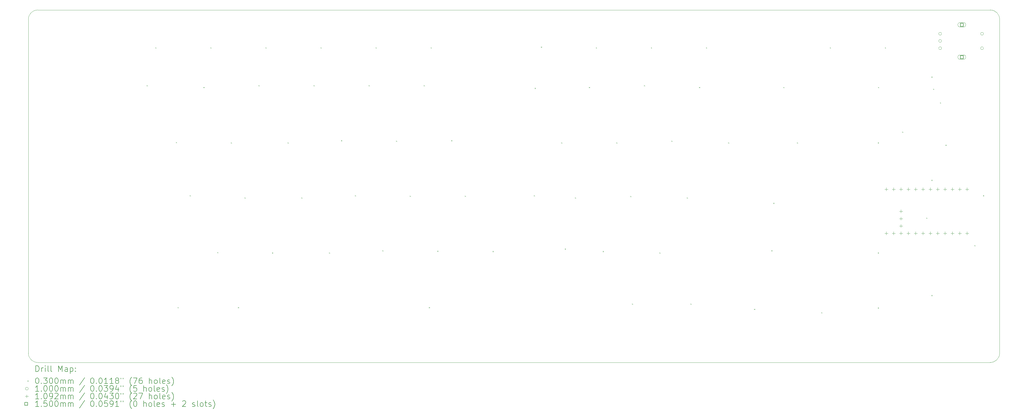
<source format=gbr>
%TF.GenerationSoftware,KiCad,Pcbnew,9.0.2*%
%TF.CreationDate,2025-07-13T14:40:45-07:00*%
%TF.ProjectId,Kicad Project,4b696361-6420-4507-926f-6a6563742e6b,rev?*%
%TF.SameCoordinates,Original*%
%TF.FileFunction,Drillmap*%
%TF.FilePolarity,Positive*%
%FSLAX45Y45*%
G04 Gerber Fmt 4.5, Leading zero omitted, Abs format (unit mm)*
G04 Created by KiCad (PCBNEW 9.0.2) date 2025-07-13 14:40:45*
%MOMM*%
%LPD*%
G01*
G04 APERTURE LIST*
%ADD10C,0.050000*%
%ADD11C,0.200000*%
%ADD12C,0.100000*%
%ADD13C,0.109220*%
%ADD14C,0.150000*%
G04 APERTURE END LIST*
D10*
X4405016Y-6391883D02*
G75*
G02*
X4725016Y-6071883I320000J0D01*
G01*
X4405016Y-17951883D02*
X4405016Y-6391883D01*
X38005016Y-6391883D02*
X38005016Y-17951883D01*
X4725016Y-18271883D02*
G75*
G02*
X4405017Y-17951883I4J320003D01*
G01*
X37685016Y-18271883D02*
X4725016Y-18271883D01*
X4725016Y-6071883D02*
X37685016Y-6071883D01*
X37685016Y-6071883D02*
G75*
G02*
X38005017Y-6391883I4J-319997D01*
G01*
X38005016Y-17951883D02*
G75*
G02*
X37685016Y-18271876I-319996J3D01*
G01*
D11*
D12*
X8497976Y-8676570D02*
X8527976Y-8706570D01*
X8527976Y-8676570D02*
X8497976Y-8706570D01*
X8795632Y-7366881D02*
X8825632Y-7396881D01*
X8825632Y-7366881D02*
X8795632Y-7396881D01*
X9510008Y-10641103D02*
X9540008Y-10671103D01*
X9540008Y-10641103D02*
X9510008Y-10671103D01*
X9569539Y-16356107D02*
X9599539Y-16386107D01*
X9599539Y-16356107D02*
X9569539Y-16386107D01*
X9986258Y-12486573D02*
X10016258Y-12516573D01*
X10016258Y-12486573D02*
X9986258Y-12516573D01*
X10462509Y-8736101D02*
X10492509Y-8766101D01*
X10492509Y-8736101D02*
X10462509Y-8766101D01*
X10700634Y-7366881D02*
X10730634Y-7396881D01*
X10730634Y-7366881D02*
X10700634Y-7396881D01*
X10938759Y-14451106D02*
X10968759Y-14481106D01*
X10968759Y-14451106D02*
X10938759Y-14481106D01*
X11409128Y-10656978D02*
X11439128Y-10686978D01*
X11439128Y-10656978D02*
X11409128Y-10686978D01*
X11653135Y-16356107D02*
X11683135Y-16386107D01*
X11683135Y-16356107D02*
X11653135Y-16386107D01*
X11885378Y-12561979D02*
X11915378Y-12591979D01*
X11915378Y-12561979D02*
X11885378Y-12591979D01*
X12367510Y-8676570D02*
X12397510Y-8706570D01*
X12397510Y-8676570D02*
X12367510Y-8706570D01*
X12605636Y-7366881D02*
X12635636Y-7396881D01*
X12635636Y-7366881D02*
X12605636Y-7396881D01*
X12837879Y-14466981D02*
X12867879Y-14496981D01*
X12867879Y-14466981D02*
X12837879Y-14496981D01*
X13373662Y-10656978D02*
X13403662Y-10686978D01*
X13403662Y-10656978D02*
X13373662Y-10686978D01*
X13849912Y-12561979D02*
X13879912Y-12591979D01*
X13879912Y-12561979D02*
X13849912Y-12591979D01*
X14272512Y-8676570D02*
X14302512Y-8706570D01*
X14302512Y-8676570D02*
X14272512Y-8706570D01*
X14510637Y-7366881D02*
X14540637Y-7396881D01*
X14540637Y-7366881D02*
X14510637Y-7396881D01*
X14802413Y-14466981D02*
X14832413Y-14496981D01*
X14832413Y-14466981D02*
X14802413Y-14496981D01*
X15222073Y-10578632D02*
X15252073Y-10608632D01*
X15252073Y-10578632D02*
X15222073Y-10608632D01*
X15701263Y-12486573D02*
X15731263Y-12516573D01*
X15731263Y-12486573D02*
X15701263Y-12516573D01*
X16177514Y-8676570D02*
X16207514Y-8706570D01*
X16207514Y-8676570D02*
X16177514Y-8706570D01*
X16415639Y-7366881D02*
X16445639Y-7396881D01*
X16445639Y-7366881D02*
X16415639Y-7396881D01*
X16650825Y-14388635D02*
X16680825Y-14418635D01*
X16680825Y-14388635D02*
X16650825Y-14418635D01*
X17124137Y-10597446D02*
X17154137Y-10627446D01*
X17154137Y-10597446D02*
X17124137Y-10627446D01*
X17600388Y-12502448D02*
X17630388Y-12532448D01*
X17630388Y-12502448D02*
X17600388Y-12532448D01*
X18082515Y-8676570D02*
X18112515Y-8706570D01*
X18112515Y-8676570D02*
X18082515Y-8706570D01*
X18261109Y-16356107D02*
X18291109Y-16386107D01*
X18291109Y-16356107D02*
X18261109Y-16386107D01*
X18320640Y-7366881D02*
X18350640Y-7396881D01*
X18350640Y-7366881D02*
X18320640Y-7396881D01*
X18552888Y-14407449D02*
X18582888Y-14437449D01*
X18582888Y-14407449D02*
X18552888Y-14437449D01*
X19035016Y-10581571D02*
X19065016Y-10611571D01*
X19065016Y-10581571D02*
X19035016Y-10611571D01*
X19505392Y-12502449D02*
X19535392Y-12532449D01*
X19535392Y-12502449D02*
X19505392Y-12532449D01*
X20463767Y-14413326D02*
X20493767Y-14443326D01*
X20493767Y-14413326D02*
X20463767Y-14443326D01*
X21892518Y-12486573D02*
X21922518Y-12516573D01*
X21922518Y-12486573D02*
X21892518Y-12516573D01*
X21922284Y-8765867D02*
X21952284Y-8795867D01*
X21952284Y-8765867D02*
X21922284Y-8795867D01*
X22136516Y-7339765D02*
X22166516Y-7369765D01*
X22166516Y-7339765D02*
X22136516Y-7369765D01*
X22839148Y-10656978D02*
X22869148Y-10686978D01*
X22869148Y-10656978D02*
X22839148Y-10686978D01*
X22964082Y-14332043D02*
X22994082Y-14362043D01*
X22994082Y-14332043D02*
X22964082Y-14362043D01*
X23315399Y-12561979D02*
X23345399Y-12591979D01*
X23345399Y-12561979D02*
X23315399Y-12591979D01*
X23797520Y-8736101D02*
X23827520Y-8766101D01*
X23827520Y-8736101D02*
X23797520Y-8766101D01*
X24035645Y-7366881D02*
X24065645Y-7396881D01*
X24065645Y-7366881D02*
X24035645Y-7396881D01*
X24273770Y-14413319D02*
X24303770Y-14443319D01*
X24303770Y-14413319D02*
X24273770Y-14443319D01*
X24744150Y-10656978D02*
X24774150Y-10686978D01*
X24774150Y-10656978D02*
X24744150Y-10686978D01*
X25226271Y-12508317D02*
X25256271Y-12538317D01*
X25256271Y-12508317D02*
X25226271Y-12538317D01*
X25285802Y-16237045D02*
X25315802Y-16267045D01*
X25315802Y-16237045D02*
X25285802Y-16267045D01*
X25702522Y-8676570D02*
X25732522Y-8706570D01*
X25732522Y-8676570D02*
X25702522Y-8706570D01*
X25940647Y-7366881D02*
X25970647Y-7396881D01*
X25970647Y-7366881D02*
X25940647Y-7396881D01*
X26232438Y-14466981D02*
X26262438Y-14496981D01*
X26262438Y-14466981D02*
X26232438Y-14496981D01*
X26649153Y-10597446D02*
X26679153Y-10627446D01*
X26679153Y-10597446D02*
X26649153Y-10627446D01*
X27184939Y-12561979D02*
X27214939Y-12591979D01*
X27214939Y-12561979D02*
X27184939Y-12591979D01*
X27309867Y-16237045D02*
X27339867Y-16267045D01*
X27339867Y-16237045D02*
X27309867Y-16267045D01*
X27607523Y-8736101D02*
X27637523Y-8766101D01*
X27637523Y-8736101D02*
X27607523Y-8766101D01*
X27845648Y-7366881D02*
X27875648Y-7396881D01*
X27875648Y-7366881D02*
X27845648Y-7396881D01*
X28613690Y-10656978D02*
X28643690Y-10686978D01*
X28643690Y-10656978D02*
X28613690Y-10686978D01*
X29512525Y-16415639D02*
X29542525Y-16445639D01*
X29542525Y-16415639D02*
X29512525Y-16445639D01*
X30107970Y-14391707D02*
X30137970Y-14421707D01*
X30137970Y-14391707D02*
X30107970Y-14421707D01*
X30176418Y-12746657D02*
X30206418Y-12776657D01*
X30206418Y-12746657D02*
X30176418Y-12776657D01*
X30524557Y-8736101D02*
X30554557Y-8766101D01*
X30554557Y-8736101D02*
X30524557Y-8766101D01*
X30994942Y-10656978D02*
X31024942Y-10686978D01*
X31024942Y-10656978D02*
X30994942Y-10686978D01*
X31834245Y-16534701D02*
X31864245Y-16564701D01*
X31864245Y-16534701D02*
X31834245Y-16564701D01*
X32131902Y-7366881D02*
X32161902Y-7396881D01*
X32161902Y-7366881D02*
X32131902Y-7396881D01*
X33792916Y-10656978D02*
X33822916Y-10686978D01*
X33822916Y-10656978D02*
X33792916Y-10686978D01*
X33792916Y-14466981D02*
X33822916Y-14496981D01*
X33822916Y-14466981D02*
X33792916Y-14496981D01*
X33792916Y-16371982D02*
X33822916Y-16401982D01*
X33822916Y-16371982D02*
X33792916Y-16401982D01*
X33798778Y-8736101D02*
X33828778Y-8766101D01*
X33828778Y-8736101D02*
X33798778Y-8766101D01*
X34036904Y-7366881D02*
X34066904Y-7396881D01*
X34066904Y-7366881D02*
X34036904Y-7396881D01*
X34632217Y-10283446D02*
X34662217Y-10313446D01*
X34662217Y-10283446D02*
X34632217Y-10313446D01*
X35465655Y-13260480D02*
X35495655Y-13290480D01*
X35495655Y-13260480D02*
X35465655Y-13290480D01*
X35644249Y-8378913D02*
X35674249Y-8408913D01*
X35674249Y-8378913D02*
X35644249Y-8408913D01*
X35644249Y-11950791D02*
X35674249Y-11980791D01*
X35674249Y-11950791D02*
X35644249Y-11980791D01*
X35644249Y-15939388D02*
X35674249Y-15969388D01*
X35674249Y-15939388D02*
X35644249Y-15969388D01*
X35703780Y-8795632D02*
X35733780Y-8825632D01*
X35733780Y-8795632D02*
X35703780Y-8825632D01*
X35941905Y-9271883D02*
X35971905Y-9301883D01*
X35971905Y-9271883D02*
X35941905Y-9301883D01*
X36132866Y-10737783D02*
X36162866Y-10767783D01*
X36162866Y-10737783D02*
X36132866Y-10767783D01*
X37132531Y-14212981D02*
X37162531Y-14242981D01*
X37162531Y-14212981D02*
X37132531Y-14242981D01*
X37430188Y-12486573D02*
X37460188Y-12516573D01*
X37460188Y-12486573D02*
X37430188Y-12516573D01*
X35996266Y-6893758D02*
G75*
G02*
X35896266Y-6893758I-50000J0D01*
G01*
X35896266Y-6893758D02*
G75*
G02*
X35996266Y-6893758I50000J0D01*
G01*
X35996266Y-7143758D02*
G75*
G02*
X35896266Y-7143758I-50000J0D01*
G01*
X35896266Y-7143758D02*
G75*
G02*
X35996266Y-7143758I50000J0D01*
G01*
X35996266Y-7393758D02*
G75*
G02*
X35896266Y-7393758I-50000J0D01*
G01*
X35896266Y-7393758D02*
G75*
G02*
X35996266Y-7393758I50000J0D01*
G01*
X37446266Y-6893758D02*
G75*
G02*
X37346266Y-6893758I-50000J0D01*
G01*
X37346266Y-6893758D02*
G75*
G02*
X37446266Y-6893758I50000J0D01*
G01*
X37446266Y-7393758D02*
G75*
G02*
X37346266Y-7393758I-50000J0D01*
G01*
X37346266Y-7393758D02*
G75*
G02*
X37446266Y-7393758I50000J0D01*
G01*
D13*
X34083641Y-12223273D02*
X34083641Y-12332493D01*
X34029031Y-12277883D02*
X34138251Y-12277883D01*
X34083641Y-13747273D02*
X34083641Y-13856493D01*
X34029031Y-13801883D02*
X34138251Y-13801883D01*
X34337641Y-12223273D02*
X34337641Y-12332493D01*
X34283031Y-12277883D02*
X34392251Y-12277883D01*
X34337641Y-13747273D02*
X34337641Y-13856493D01*
X34283031Y-13801883D02*
X34392251Y-13801883D01*
X34591641Y-12223273D02*
X34591641Y-12332493D01*
X34537031Y-12277883D02*
X34646251Y-12277883D01*
X34591641Y-12985273D02*
X34591641Y-13094493D01*
X34537031Y-13039883D02*
X34646251Y-13039883D01*
X34591641Y-13239273D02*
X34591641Y-13348493D01*
X34537031Y-13293883D02*
X34646251Y-13293883D01*
X34591641Y-13493273D02*
X34591641Y-13602493D01*
X34537031Y-13547883D02*
X34646251Y-13547883D01*
X34591641Y-13747273D02*
X34591641Y-13856493D01*
X34537031Y-13801883D02*
X34646251Y-13801883D01*
X34845641Y-12223273D02*
X34845641Y-12332493D01*
X34791031Y-12277883D02*
X34900251Y-12277883D01*
X34845641Y-13747273D02*
X34845641Y-13856493D01*
X34791031Y-13801883D02*
X34900251Y-13801883D01*
X35099641Y-12223273D02*
X35099641Y-12332493D01*
X35045031Y-12277883D02*
X35154251Y-12277883D01*
X35099641Y-13747273D02*
X35099641Y-13856493D01*
X35045031Y-13801883D02*
X35154251Y-13801883D01*
X35353641Y-12223273D02*
X35353641Y-12332493D01*
X35299031Y-12277883D02*
X35408251Y-12277883D01*
X35353641Y-13747273D02*
X35353641Y-13856493D01*
X35299031Y-13801883D02*
X35408251Y-13801883D01*
X35607641Y-12223273D02*
X35607641Y-12332493D01*
X35553031Y-12277883D02*
X35662251Y-12277883D01*
X35607641Y-13747273D02*
X35607641Y-13856493D01*
X35553031Y-13801883D02*
X35662251Y-13801883D01*
X35861641Y-12223273D02*
X35861641Y-12332493D01*
X35807031Y-12277883D02*
X35916251Y-12277883D01*
X35861641Y-13747273D02*
X35861641Y-13856493D01*
X35807031Y-13801883D02*
X35916251Y-13801883D01*
X36115641Y-12223273D02*
X36115641Y-12332493D01*
X36061031Y-12277883D02*
X36170251Y-12277883D01*
X36115641Y-13747273D02*
X36115641Y-13856493D01*
X36061031Y-13801883D02*
X36170251Y-13801883D01*
X36369641Y-12223273D02*
X36369641Y-12332493D01*
X36315031Y-12277883D02*
X36424251Y-12277883D01*
X36369641Y-13747273D02*
X36369641Y-13856493D01*
X36315031Y-13801883D02*
X36424251Y-13801883D01*
X36623641Y-12223273D02*
X36623641Y-12332493D01*
X36569031Y-12277883D02*
X36678251Y-12277883D01*
X36623641Y-13747273D02*
X36623641Y-13856493D01*
X36569031Y-13801883D02*
X36678251Y-13801883D01*
X36877641Y-12223273D02*
X36877641Y-12332493D01*
X36823031Y-12277883D02*
X36932251Y-12277883D01*
X36877641Y-13747273D02*
X36877641Y-13856493D01*
X36823031Y-13801883D02*
X36932251Y-13801883D01*
D14*
X36749300Y-6636791D02*
X36749300Y-6530724D01*
X36643233Y-6530724D01*
X36643233Y-6636791D01*
X36749300Y-6636791D01*
D12*
X36631266Y-6658758D02*
X36761266Y-6658758D01*
X36761266Y-6508758D02*
G75*
G02*
X36761266Y-6658758I0J-75000D01*
G01*
X36761266Y-6508758D02*
X36631266Y-6508758D01*
X36631266Y-6508758D02*
G75*
G03*
X36631266Y-6658758I0J-75000D01*
G01*
D14*
X36749300Y-7756791D02*
X36749300Y-7650724D01*
X36643233Y-7650724D01*
X36643233Y-7756791D01*
X36749300Y-7756791D01*
D12*
X36631266Y-7778758D02*
X36761266Y-7778758D01*
X36761266Y-7628758D02*
G75*
G02*
X36761266Y-7778758I0J-75000D01*
G01*
X36761266Y-7628758D02*
X36631266Y-7628758D01*
X36631266Y-7628758D02*
G75*
G03*
X36631266Y-7778758I0J-75000D01*
G01*
D11*
X4663293Y-18585867D02*
X4663293Y-18385867D01*
X4663293Y-18385867D02*
X4710912Y-18385867D01*
X4710912Y-18385867D02*
X4739483Y-18395390D01*
X4739483Y-18395390D02*
X4758531Y-18414438D01*
X4758531Y-18414438D02*
X4768055Y-18433486D01*
X4768055Y-18433486D02*
X4777579Y-18471581D01*
X4777579Y-18471581D02*
X4777579Y-18500152D01*
X4777579Y-18500152D02*
X4768055Y-18538248D01*
X4768055Y-18538248D02*
X4758531Y-18557295D01*
X4758531Y-18557295D02*
X4739483Y-18576343D01*
X4739483Y-18576343D02*
X4710912Y-18585867D01*
X4710912Y-18585867D02*
X4663293Y-18585867D01*
X4863293Y-18585867D02*
X4863293Y-18452533D01*
X4863293Y-18490629D02*
X4872817Y-18471581D01*
X4872817Y-18471581D02*
X4882340Y-18462057D01*
X4882340Y-18462057D02*
X4901388Y-18452533D01*
X4901388Y-18452533D02*
X4920436Y-18452533D01*
X4987102Y-18585867D02*
X4987102Y-18452533D01*
X4987102Y-18385867D02*
X4977579Y-18395390D01*
X4977579Y-18395390D02*
X4987102Y-18404914D01*
X4987102Y-18404914D02*
X4996626Y-18395390D01*
X4996626Y-18395390D02*
X4987102Y-18385867D01*
X4987102Y-18385867D02*
X4987102Y-18404914D01*
X5110912Y-18585867D02*
X5091864Y-18576343D01*
X5091864Y-18576343D02*
X5082340Y-18557295D01*
X5082340Y-18557295D02*
X5082340Y-18385867D01*
X5215674Y-18585867D02*
X5196626Y-18576343D01*
X5196626Y-18576343D02*
X5187102Y-18557295D01*
X5187102Y-18557295D02*
X5187102Y-18385867D01*
X5444245Y-18585867D02*
X5444245Y-18385867D01*
X5444245Y-18385867D02*
X5510912Y-18528724D01*
X5510912Y-18528724D02*
X5577579Y-18385867D01*
X5577579Y-18385867D02*
X5577579Y-18585867D01*
X5758531Y-18585867D02*
X5758531Y-18481105D01*
X5758531Y-18481105D02*
X5749007Y-18462057D01*
X5749007Y-18462057D02*
X5729959Y-18452533D01*
X5729959Y-18452533D02*
X5691864Y-18452533D01*
X5691864Y-18452533D02*
X5672817Y-18462057D01*
X5758531Y-18576343D02*
X5739483Y-18585867D01*
X5739483Y-18585867D02*
X5691864Y-18585867D01*
X5691864Y-18585867D02*
X5672817Y-18576343D01*
X5672817Y-18576343D02*
X5663293Y-18557295D01*
X5663293Y-18557295D02*
X5663293Y-18538248D01*
X5663293Y-18538248D02*
X5672817Y-18519200D01*
X5672817Y-18519200D02*
X5691864Y-18509676D01*
X5691864Y-18509676D02*
X5739483Y-18509676D01*
X5739483Y-18509676D02*
X5758531Y-18500152D01*
X5853769Y-18452533D02*
X5853769Y-18652533D01*
X5853769Y-18462057D02*
X5872817Y-18452533D01*
X5872817Y-18452533D02*
X5910912Y-18452533D01*
X5910912Y-18452533D02*
X5929959Y-18462057D01*
X5929959Y-18462057D02*
X5939483Y-18471581D01*
X5939483Y-18471581D02*
X5949007Y-18490629D01*
X5949007Y-18490629D02*
X5949007Y-18547771D01*
X5949007Y-18547771D02*
X5939483Y-18566819D01*
X5939483Y-18566819D02*
X5929959Y-18576343D01*
X5929959Y-18576343D02*
X5910912Y-18585867D01*
X5910912Y-18585867D02*
X5872817Y-18585867D01*
X5872817Y-18585867D02*
X5853769Y-18576343D01*
X6034721Y-18566819D02*
X6044245Y-18576343D01*
X6044245Y-18576343D02*
X6034721Y-18585867D01*
X6034721Y-18585867D02*
X6025198Y-18576343D01*
X6025198Y-18576343D02*
X6034721Y-18566819D01*
X6034721Y-18566819D02*
X6034721Y-18585867D01*
X6034721Y-18462057D02*
X6044245Y-18471581D01*
X6044245Y-18471581D02*
X6034721Y-18481105D01*
X6034721Y-18481105D02*
X6025198Y-18471581D01*
X6025198Y-18471581D02*
X6034721Y-18462057D01*
X6034721Y-18462057D02*
X6034721Y-18481105D01*
D12*
X4372516Y-18899383D02*
X4402516Y-18929383D01*
X4402516Y-18899383D02*
X4372516Y-18929383D01*
D11*
X4701388Y-18805867D02*
X4720436Y-18805867D01*
X4720436Y-18805867D02*
X4739483Y-18815390D01*
X4739483Y-18815390D02*
X4749007Y-18824914D01*
X4749007Y-18824914D02*
X4758531Y-18843962D01*
X4758531Y-18843962D02*
X4768055Y-18882057D01*
X4768055Y-18882057D02*
X4768055Y-18929676D01*
X4768055Y-18929676D02*
X4758531Y-18967771D01*
X4758531Y-18967771D02*
X4749007Y-18986819D01*
X4749007Y-18986819D02*
X4739483Y-18996343D01*
X4739483Y-18996343D02*
X4720436Y-19005867D01*
X4720436Y-19005867D02*
X4701388Y-19005867D01*
X4701388Y-19005867D02*
X4682340Y-18996343D01*
X4682340Y-18996343D02*
X4672817Y-18986819D01*
X4672817Y-18986819D02*
X4663293Y-18967771D01*
X4663293Y-18967771D02*
X4653769Y-18929676D01*
X4653769Y-18929676D02*
X4653769Y-18882057D01*
X4653769Y-18882057D02*
X4663293Y-18843962D01*
X4663293Y-18843962D02*
X4672817Y-18824914D01*
X4672817Y-18824914D02*
X4682340Y-18815390D01*
X4682340Y-18815390D02*
X4701388Y-18805867D01*
X4853769Y-18986819D02*
X4863293Y-18996343D01*
X4863293Y-18996343D02*
X4853769Y-19005867D01*
X4853769Y-19005867D02*
X4844245Y-18996343D01*
X4844245Y-18996343D02*
X4853769Y-18986819D01*
X4853769Y-18986819D02*
X4853769Y-19005867D01*
X4929960Y-18805867D02*
X5053769Y-18805867D01*
X5053769Y-18805867D02*
X4987102Y-18882057D01*
X4987102Y-18882057D02*
X5015674Y-18882057D01*
X5015674Y-18882057D02*
X5034721Y-18891581D01*
X5034721Y-18891581D02*
X5044245Y-18901105D01*
X5044245Y-18901105D02*
X5053769Y-18920152D01*
X5053769Y-18920152D02*
X5053769Y-18967771D01*
X5053769Y-18967771D02*
X5044245Y-18986819D01*
X5044245Y-18986819D02*
X5034721Y-18996343D01*
X5034721Y-18996343D02*
X5015674Y-19005867D01*
X5015674Y-19005867D02*
X4958531Y-19005867D01*
X4958531Y-19005867D02*
X4939483Y-18996343D01*
X4939483Y-18996343D02*
X4929960Y-18986819D01*
X5177579Y-18805867D02*
X5196626Y-18805867D01*
X5196626Y-18805867D02*
X5215674Y-18815390D01*
X5215674Y-18815390D02*
X5225198Y-18824914D01*
X5225198Y-18824914D02*
X5234721Y-18843962D01*
X5234721Y-18843962D02*
X5244245Y-18882057D01*
X5244245Y-18882057D02*
X5244245Y-18929676D01*
X5244245Y-18929676D02*
X5234721Y-18967771D01*
X5234721Y-18967771D02*
X5225198Y-18986819D01*
X5225198Y-18986819D02*
X5215674Y-18996343D01*
X5215674Y-18996343D02*
X5196626Y-19005867D01*
X5196626Y-19005867D02*
X5177579Y-19005867D01*
X5177579Y-19005867D02*
X5158531Y-18996343D01*
X5158531Y-18996343D02*
X5149007Y-18986819D01*
X5149007Y-18986819D02*
X5139483Y-18967771D01*
X5139483Y-18967771D02*
X5129960Y-18929676D01*
X5129960Y-18929676D02*
X5129960Y-18882057D01*
X5129960Y-18882057D02*
X5139483Y-18843962D01*
X5139483Y-18843962D02*
X5149007Y-18824914D01*
X5149007Y-18824914D02*
X5158531Y-18815390D01*
X5158531Y-18815390D02*
X5177579Y-18805867D01*
X5368055Y-18805867D02*
X5387102Y-18805867D01*
X5387102Y-18805867D02*
X5406150Y-18815390D01*
X5406150Y-18815390D02*
X5415674Y-18824914D01*
X5415674Y-18824914D02*
X5425198Y-18843962D01*
X5425198Y-18843962D02*
X5434721Y-18882057D01*
X5434721Y-18882057D02*
X5434721Y-18929676D01*
X5434721Y-18929676D02*
X5425198Y-18967771D01*
X5425198Y-18967771D02*
X5415674Y-18986819D01*
X5415674Y-18986819D02*
X5406150Y-18996343D01*
X5406150Y-18996343D02*
X5387102Y-19005867D01*
X5387102Y-19005867D02*
X5368055Y-19005867D01*
X5368055Y-19005867D02*
X5349007Y-18996343D01*
X5349007Y-18996343D02*
X5339483Y-18986819D01*
X5339483Y-18986819D02*
X5329960Y-18967771D01*
X5329960Y-18967771D02*
X5320436Y-18929676D01*
X5320436Y-18929676D02*
X5320436Y-18882057D01*
X5320436Y-18882057D02*
X5329960Y-18843962D01*
X5329960Y-18843962D02*
X5339483Y-18824914D01*
X5339483Y-18824914D02*
X5349007Y-18815390D01*
X5349007Y-18815390D02*
X5368055Y-18805867D01*
X5520436Y-19005867D02*
X5520436Y-18872533D01*
X5520436Y-18891581D02*
X5529960Y-18882057D01*
X5529960Y-18882057D02*
X5549007Y-18872533D01*
X5549007Y-18872533D02*
X5577579Y-18872533D01*
X5577579Y-18872533D02*
X5596626Y-18882057D01*
X5596626Y-18882057D02*
X5606150Y-18901105D01*
X5606150Y-18901105D02*
X5606150Y-19005867D01*
X5606150Y-18901105D02*
X5615674Y-18882057D01*
X5615674Y-18882057D02*
X5634721Y-18872533D01*
X5634721Y-18872533D02*
X5663293Y-18872533D01*
X5663293Y-18872533D02*
X5682340Y-18882057D01*
X5682340Y-18882057D02*
X5691864Y-18901105D01*
X5691864Y-18901105D02*
X5691864Y-19005867D01*
X5787102Y-19005867D02*
X5787102Y-18872533D01*
X5787102Y-18891581D02*
X5796626Y-18882057D01*
X5796626Y-18882057D02*
X5815674Y-18872533D01*
X5815674Y-18872533D02*
X5844245Y-18872533D01*
X5844245Y-18872533D02*
X5863293Y-18882057D01*
X5863293Y-18882057D02*
X5872817Y-18901105D01*
X5872817Y-18901105D02*
X5872817Y-19005867D01*
X5872817Y-18901105D02*
X5882340Y-18882057D01*
X5882340Y-18882057D02*
X5901388Y-18872533D01*
X5901388Y-18872533D02*
X5929959Y-18872533D01*
X5929959Y-18872533D02*
X5949007Y-18882057D01*
X5949007Y-18882057D02*
X5958531Y-18901105D01*
X5958531Y-18901105D02*
X5958531Y-19005867D01*
X6349007Y-18796343D02*
X6177579Y-19053486D01*
X6606150Y-18805867D02*
X6625198Y-18805867D01*
X6625198Y-18805867D02*
X6644245Y-18815390D01*
X6644245Y-18815390D02*
X6653769Y-18824914D01*
X6653769Y-18824914D02*
X6663293Y-18843962D01*
X6663293Y-18843962D02*
X6672817Y-18882057D01*
X6672817Y-18882057D02*
X6672817Y-18929676D01*
X6672817Y-18929676D02*
X6663293Y-18967771D01*
X6663293Y-18967771D02*
X6653769Y-18986819D01*
X6653769Y-18986819D02*
X6644245Y-18996343D01*
X6644245Y-18996343D02*
X6625198Y-19005867D01*
X6625198Y-19005867D02*
X6606150Y-19005867D01*
X6606150Y-19005867D02*
X6587102Y-18996343D01*
X6587102Y-18996343D02*
X6577579Y-18986819D01*
X6577579Y-18986819D02*
X6568055Y-18967771D01*
X6568055Y-18967771D02*
X6558531Y-18929676D01*
X6558531Y-18929676D02*
X6558531Y-18882057D01*
X6558531Y-18882057D02*
X6568055Y-18843962D01*
X6568055Y-18843962D02*
X6577579Y-18824914D01*
X6577579Y-18824914D02*
X6587102Y-18815390D01*
X6587102Y-18815390D02*
X6606150Y-18805867D01*
X6758531Y-18986819D02*
X6768055Y-18996343D01*
X6768055Y-18996343D02*
X6758531Y-19005867D01*
X6758531Y-19005867D02*
X6749007Y-18996343D01*
X6749007Y-18996343D02*
X6758531Y-18986819D01*
X6758531Y-18986819D02*
X6758531Y-19005867D01*
X6891864Y-18805867D02*
X6910912Y-18805867D01*
X6910912Y-18805867D02*
X6929960Y-18815390D01*
X6929960Y-18815390D02*
X6939483Y-18824914D01*
X6939483Y-18824914D02*
X6949007Y-18843962D01*
X6949007Y-18843962D02*
X6958531Y-18882057D01*
X6958531Y-18882057D02*
X6958531Y-18929676D01*
X6958531Y-18929676D02*
X6949007Y-18967771D01*
X6949007Y-18967771D02*
X6939483Y-18986819D01*
X6939483Y-18986819D02*
X6929960Y-18996343D01*
X6929960Y-18996343D02*
X6910912Y-19005867D01*
X6910912Y-19005867D02*
X6891864Y-19005867D01*
X6891864Y-19005867D02*
X6872817Y-18996343D01*
X6872817Y-18996343D02*
X6863293Y-18986819D01*
X6863293Y-18986819D02*
X6853769Y-18967771D01*
X6853769Y-18967771D02*
X6844245Y-18929676D01*
X6844245Y-18929676D02*
X6844245Y-18882057D01*
X6844245Y-18882057D02*
X6853769Y-18843962D01*
X6853769Y-18843962D02*
X6863293Y-18824914D01*
X6863293Y-18824914D02*
X6872817Y-18815390D01*
X6872817Y-18815390D02*
X6891864Y-18805867D01*
X7149007Y-19005867D02*
X7034722Y-19005867D01*
X7091864Y-19005867D02*
X7091864Y-18805867D01*
X7091864Y-18805867D02*
X7072817Y-18834438D01*
X7072817Y-18834438D02*
X7053769Y-18853486D01*
X7053769Y-18853486D02*
X7034722Y-18863009D01*
X7339483Y-19005867D02*
X7225198Y-19005867D01*
X7282341Y-19005867D02*
X7282341Y-18805867D01*
X7282341Y-18805867D02*
X7263293Y-18834438D01*
X7263293Y-18834438D02*
X7244245Y-18853486D01*
X7244245Y-18853486D02*
X7225198Y-18863009D01*
X7453769Y-18891581D02*
X7434722Y-18882057D01*
X7434722Y-18882057D02*
X7425198Y-18872533D01*
X7425198Y-18872533D02*
X7415674Y-18853486D01*
X7415674Y-18853486D02*
X7415674Y-18843962D01*
X7415674Y-18843962D02*
X7425198Y-18824914D01*
X7425198Y-18824914D02*
X7434722Y-18815390D01*
X7434722Y-18815390D02*
X7453769Y-18805867D01*
X7453769Y-18805867D02*
X7491864Y-18805867D01*
X7491864Y-18805867D02*
X7510912Y-18815390D01*
X7510912Y-18815390D02*
X7520436Y-18824914D01*
X7520436Y-18824914D02*
X7529960Y-18843962D01*
X7529960Y-18843962D02*
X7529960Y-18853486D01*
X7529960Y-18853486D02*
X7520436Y-18872533D01*
X7520436Y-18872533D02*
X7510912Y-18882057D01*
X7510912Y-18882057D02*
X7491864Y-18891581D01*
X7491864Y-18891581D02*
X7453769Y-18891581D01*
X7453769Y-18891581D02*
X7434722Y-18901105D01*
X7434722Y-18901105D02*
X7425198Y-18910629D01*
X7425198Y-18910629D02*
X7415674Y-18929676D01*
X7415674Y-18929676D02*
X7415674Y-18967771D01*
X7415674Y-18967771D02*
X7425198Y-18986819D01*
X7425198Y-18986819D02*
X7434722Y-18996343D01*
X7434722Y-18996343D02*
X7453769Y-19005867D01*
X7453769Y-19005867D02*
X7491864Y-19005867D01*
X7491864Y-19005867D02*
X7510912Y-18996343D01*
X7510912Y-18996343D02*
X7520436Y-18986819D01*
X7520436Y-18986819D02*
X7529960Y-18967771D01*
X7529960Y-18967771D02*
X7529960Y-18929676D01*
X7529960Y-18929676D02*
X7520436Y-18910629D01*
X7520436Y-18910629D02*
X7510912Y-18901105D01*
X7510912Y-18901105D02*
X7491864Y-18891581D01*
X7606150Y-18805867D02*
X7606150Y-18843962D01*
X7682341Y-18805867D02*
X7682341Y-18843962D01*
X7977579Y-19082057D02*
X7968055Y-19072533D01*
X7968055Y-19072533D02*
X7949007Y-19043962D01*
X7949007Y-19043962D02*
X7939484Y-19024914D01*
X7939484Y-19024914D02*
X7929960Y-18996343D01*
X7929960Y-18996343D02*
X7920436Y-18948724D01*
X7920436Y-18948724D02*
X7920436Y-18910629D01*
X7920436Y-18910629D02*
X7929960Y-18863009D01*
X7929960Y-18863009D02*
X7939484Y-18834438D01*
X7939484Y-18834438D02*
X7949007Y-18815390D01*
X7949007Y-18815390D02*
X7968055Y-18786819D01*
X7968055Y-18786819D02*
X7977579Y-18777295D01*
X8034722Y-18805867D02*
X8168055Y-18805867D01*
X8168055Y-18805867D02*
X8082341Y-19005867D01*
X8329960Y-18805867D02*
X8291864Y-18805867D01*
X8291864Y-18805867D02*
X8272817Y-18815390D01*
X8272817Y-18815390D02*
X8263293Y-18824914D01*
X8263293Y-18824914D02*
X8244245Y-18853486D01*
X8244245Y-18853486D02*
X8234722Y-18891581D01*
X8234722Y-18891581D02*
X8234722Y-18967771D01*
X8234722Y-18967771D02*
X8244245Y-18986819D01*
X8244245Y-18986819D02*
X8253769Y-18996343D01*
X8253769Y-18996343D02*
X8272817Y-19005867D01*
X8272817Y-19005867D02*
X8310912Y-19005867D01*
X8310912Y-19005867D02*
X8329960Y-18996343D01*
X8329960Y-18996343D02*
X8339484Y-18986819D01*
X8339484Y-18986819D02*
X8349007Y-18967771D01*
X8349007Y-18967771D02*
X8349007Y-18920152D01*
X8349007Y-18920152D02*
X8339484Y-18901105D01*
X8339484Y-18901105D02*
X8329960Y-18891581D01*
X8329960Y-18891581D02*
X8310912Y-18882057D01*
X8310912Y-18882057D02*
X8272817Y-18882057D01*
X8272817Y-18882057D02*
X8253769Y-18891581D01*
X8253769Y-18891581D02*
X8244245Y-18901105D01*
X8244245Y-18901105D02*
X8234722Y-18920152D01*
X8587103Y-19005867D02*
X8587103Y-18805867D01*
X8672817Y-19005867D02*
X8672817Y-18901105D01*
X8672817Y-18901105D02*
X8663293Y-18882057D01*
X8663293Y-18882057D02*
X8644246Y-18872533D01*
X8644246Y-18872533D02*
X8615674Y-18872533D01*
X8615674Y-18872533D02*
X8596627Y-18882057D01*
X8596627Y-18882057D02*
X8587103Y-18891581D01*
X8796627Y-19005867D02*
X8777579Y-18996343D01*
X8777579Y-18996343D02*
X8768055Y-18986819D01*
X8768055Y-18986819D02*
X8758531Y-18967771D01*
X8758531Y-18967771D02*
X8758531Y-18910629D01*
X8758531Y-18910629D02*
X8768055Y-18891581D01*
X8768055Y-18891581D02*
X8777579Y-18882057D01*
X8777579Y-18882057D02*
X8796627Y-18872533D01*
X8796627Y-18872533D02*
X8825198Y-18872533D01*
X8825198Y-18872533D02*
X8844246Y-18882057D01*
X8844246Y-18882057D02*
X8853769Y-18891581D01*
X8853769Y-18891581D02*
X8863293Y-18910629D01*
X8863293Y-18910629D02*
X8863293Y-18967771D01*
X8863293Y-18967771D02*
X8853769Y-18986819D01*
X8853769Y-18986819D02*
X8844246Y-18996343D01*
X8844246Y-18996343D02*
X8825198Y-19005867D01*
X8825198Y-19005867D02*
X8796627Y-19005867D01*
X8977579Y-19005867D02*
X8958531Y-18996343D01*
X8958531Y-18996343D02*
X8949008Y-18977295D01*
X8949008Y-18977295D02*
X8949008Y-18805867D01*
X9129960Y-18996343D02*
X9110912Y-19005867D01*
X9110912Y-19005867D02*
X9072817Y-19005867D01*
X9072817Y-19005867D02*
X9053769Y-18996343D01*
X9053769Y-18996343D02*
X9044246Y-18977295D01*
X9044246Y-18977295D02*
X9044246Y-18901105D01*
X9044246Y-18901105D02*
X9053769Y-18882057D01*
X9053769Y-18882057D02*
X9072817Y-18872533D01*
X9072817Y-18872533D02*
X9110912Y-18872533D01*
X9110912Y-18872533D02*
X9129960Y-18882057D01*
X9129960Y-18882057D02*
X9139484Y-18901105D01*
X9139484Y-18901105D02*
X9139484Y-18920152D01*
X9139484Y-18920152D02*
X9044246Y-18939200D01*
X9215674Y-18996343D02*
X9234722Y-19005867D01*
X9234722Y-19005867D02*
X9272817Y-19005867D01*
X9272817Y-19005867D02*
X9291865Y-18996343D01*
X9291865Y-18996343D02*
X9301389Y-18977295D01*
X9301389Y-18977295D02*
X9301389Y-18967771D01*
X9301389Y-18967771D02*
X9291865Y-18948724D01*
X9291865Y-18948724D02*
X9272817Y-18939200D01*
X9272817Y-18939200D02*
X9244246Y-18939200D01*
X9244246Y-18939200D02*
X9225198Y-18929676D01*
X9225198Y-18929676D02*
X9215674Y-18910629D01*
X9215674Y-18910629D02*
X9215674Y-18901105D01*
X9215674Y-18901105D02*
X9225198Y-18882057D01*
X9225198Y-18882057D02*
X9244246Y-18872533D01*
X9244246Y-18872533D02*
X9272817Y-18872533D01*
X9272817Y-18872533D02*
X9291865Y-18882057D01*
X9368055Y-19082057D02*
X9377579Y-19072533D01*
X9377579Y-19072533D02*
X9396627Y-19043962D01*
X9396627Y-19043962D02*
X9406150Y-19024914D01*
X9406150Y-19024914D02*
X9415674Y-18996343D01*
X9415674Y-18996343D02*
X9425198Y-18948724D01*
X9425198Y-18948724D02*
X9425198Y-18910629D01*
X9425198Y-18910629D02*
X9415674Y-18863009D01*
X9415674Y-18863009D02*
X9406150Y-18834438D01*
X9406150Y-18834438D02*
X9396627Y-18815390D01*
X9396627Y-18815390D02*
X9377579Y-18786819D01*
X9377579Y-18786819D02*
X9368055Y-18777295D01*
D12*
X4402516Y-19178383D02*
G75*
G02*
X4302516Y-19178383I-50000J0D01*
G01*
X4302516Y-19178383D02*
G75*
G02*
X4402516Y-19178383I50000J0D01*
G01*
D11*
X4768055Y-19269867D02*
X4653769Y-19269867D01*
X4710912Y-19269867D02*
X4710912Y-19069867D01*
X4710912Y-19069867D02*
X4691864Y-19098438D01*
X4691864Y-19098438D02*
X4672817Y-19117486D01*
X4672817Y-19117486D02*
X4653769Y-19127009D01*
X4853769Y-19250819D02*
X4863293Y-19260343D01*
X4863293Y-19260343D02*
X4853769Y-19269867D01*
X4853769Y-19269867D02*
X4844245Y-19260343D01*
X4844245Y-19260343D02*
X4853769Y-19250819D01*
X4853769Y-19250819D02*
X4853769Y-19269867D01*
X4987102Y-19069867D02*
X5006150Y-19069867D01*
X5006150Y-19069867D02*
X5025198Y-19079390D01*
X5025198Y-19079390D02*
X5034721Y-19088914D01*
X5034721Y-19088914D02*
X5044245Y-19107962D01*
X5044245Y-19107962D02*
X5053769Y-19146057D01*
X5053769Y-19146057D02*
X5053769Y-19193676D01*
X5053769Y-19193676D02*
X5044245Y-19231771D01*
X5044245Y-19231771D02*
X5034721Y-19250819D01*
X5034721Y-19250819D02*
X5025198Y-19260343D01*
X5025198Y-19260343D02*
X5006150Y-19269867D01*
X5006150Y-19269867D02*
X4987102Y-19269867D01*
X4987102Y-19269867D02*
X4968055Y-19260343D01*
X4968055Y-19260343D02*
X4958531Y-19250819D01*
X4958531Y-19250819D02*
X4949007Y-19231771D01*
X4949007Y-19231771D02*
X4939483Y-19193676D01*
X4939483Y-19193676D02*
X4939483Y-19146057D01*
X4939483Y-19146057D02*
X4949007Y-19107962D01*
X4949007Y-19107962D02*
X4958531Y-19088914D01*
X4958531Y-19088914D02*
X4968055Y-19079390D01*
X4968055Y-19079390D02*
X4987102Y-19069867D01*
X5177579Y-19069867D02*
X5196626Y-19069867D01*
X5196626Y-19069867D02*
X5215674Y-19079390D01*
X5215674Y-19079390D02*
X5225198Y-19088914D01*
X5225198Y-19088914D02*
X5234721Y-19107962D01*
X5234721Y-19107962D02*
X5244245Y-19146057D01*
X5244245Y-19146057D02*
X5244245Y-19193676D01*
X5244245Y-19193676D02*
X5234721Y-19231771D01*
X5234721Y-19231771D02*
X5225198Y-19250819D01*
X5225198Y-19250819D02*
X5215674Y-19260343D01*
X5215674Y-19260343D02*
X5196626Y-19269867D01*
X5196626Y-19269867D02*
X5177579Y-19269867D01*
X5177579Y-19269867D02*
X5158531Y-19260343D01*
X5158531Y-19260343D02*
X5149007Y-19250819D01*
X5149007Y-19250819D02*
X5139483Y-19231771D01*
X5139483Y-19231771D02*
X5129960Y-19193676D01*
X5129960Y-19193676D02*
X5129960Y-19146057D01*
X5129960Y-19146057D02*
X5139483Y-19107962D01*
X5139483Y-19107962D02*
X5149007Y-19088914D01*
X5149007Y-19088914D02*
X5158531Y-19079390D01*
X5158531Y-19079390D02*
X5177579Y-19069867D01*
X5368055Y-19069867D02*
X5387102Y-19069867D01*
X5387102Y-19069867D02*
X5406150Y-19079390D01*
X5406150Y-19079390D02*
X5415674Y-19088914D01*
X5415674Y-19088914D02*
X5425198Y-19107962D01*
X5425198Y-19107962D02*
X5434721Y-19146057D01*
X5434721Y-19146057D02*
X5434721Y-19193676D01*
X5434721Y-19193676D02*
X5425198Y-19231771D01*
X5425198Y-19231771D02*
X5415674Y-19250819D01*
X5415674Y-19250819D02*
X5406150Y-19260343D01*
X5406150Y-19260343D02*
X5387102Y-19269867D01*
X5387102Y-19269867D02*
X5368055Y-19269867D01*
X5368055Y-19269867D02*
X5349007Y-19260343D01*
X5349007Y-19260343D02*
X5339483Y-19250819D01*
X5339483Y-19250819D02*
X5329960Y-19231771D01*
X5329960Y-19231771D02*
X5320436Y-19193676D01*
X5320436Y-19193676D02*
X5320436Y-19146057D01*
X5320436Y-19146057D02*
X5329960Y-19107962D01*
X5329960Y-19107962D02*
X5339483Y-19088914D01*
X5339483Y-19088914D02*
X5349007Y-19079390D01*
X5349007Y-19079390D02*
X5368055Y-19069867D01*
X5520436Y-19269867D02*
X5520436Y-19136533D01*
X5520436Y-19155581D02*
X5529960Y-19146057D01*
X5529960Y-19146057D02*
X5549007Y-19136533D01*
X5549007Y-19136533D02*
X5577579Y-19136533D01*
X5577579Y-19136533D02*
X5596626Y-19146057D01*
X5596626Y-19146057D02*
X5606150Y-19165105D01*
X5606150Y-19165105D02*
X5606150Y-19269867D01*
X5606150Y-19165105D02*
X5615674Y-19146057D01*
X5615674Y-19146057D02*
X5634721Y-19136533D01*
X5634721Y-19136533D02*
X5663293Y-19136533D01*
X5663293Y-19136533D02*
X5682340Y-19146057D01*
X5682340Y-19146057D02*
X5691864Y-19165105D01*
X5691864Y-19165105D02*
X5691864Y-19269867D01*
X5787102Y-19269867D02*
X5787102Y-19136533D01*
X5787102Y-19155581D02*
X5796626Y-19146057D01*
X5796626Y-19146057D02*
X5815674Y-19136533D01*
X5815674Y-19136533D02*
X5844245Y-19136533D01*
X5844245Y-19136533D02*
X5863293Y-19146057D01*
X5863293Y-19146057D02*
X5872817Y-19165105D01*
X5872817Y-19165105D02*
X5872817Y-19269867D01*
X5872817Y-19165105D02*
X5882340Y-19146057D01*
X5882340Y-19146057D02*
X5901388Y-19136533D01*
X5901388Y-19136533D02*
X5929959Y-19136533D01*
X5929959Y-19136533D02*
X5949007Y-19146057D01*
X5949007Y-19146057D02*
X5958531Y-19165105D01*
X5958531Y-19165105D02*
X5958531Y-19269867D01*
X6349007Y-19060343D02*
X6177579Y-19317486D01*
X6606150Y-19069867D02*
X6625198Y-19069867D01*
X6625198Y-19069867D02*
X6644245Y-19079390D01*
X6644245Y-19079390D02*
X6653769Y-19088914D01*
X6653769Y-19088914D02*
X6663293Y-19107962D01*
X6663293Y-19107962D02*
X6672817Y-19146057D01*
X6672817Y-19146057D02*
X6672817Y-19193676D01*
X6672817Y-19193676D02*
X6663293Y-19231771D01*
X6663293Y-19231771D02*
X6653769Y-19250819D01*
X6653769Y-19250819D02*
X6644245Y-19260343D01*
X6644245Y-19260343D02*
X6625198Y-19269867D01*
X6625198Y-19269867D02*
X6606150Y-19269867D01*
X6606150Y-19269867D02*
X6587102Y-19260343D01*
X6587102Y-19260343D02*
X6577579Y-19250819D01*
X6577579Y-19250819D02*
X6568055Y-19231771D01*
X6568055Y-19231771D02*
X6558531Y-19193676D01*
X6558531Y-19193676D02*
X6558531Y-19146057D01*
X6558531Y-19146057D02*
X6568055Y-19107962D01*
X6568055Y-19107962D02*
X6577579Y-19088914D01*
X6577579Y-19088914D02*
X6587102Y-19079390D01*
X6587102Y-19079390D02*
X6606150Y-19069867D01*
X6758531Y-19250819D02*
X6768055Y-19260343D01*
X6768055Y-19260343D02*
X6758531Y-19269867D01*
X6758531Y-19269867D02*
X6749007Y-19260343D01*
X6749007Y-19260343D02*
X6758531Y-19250819D01*
X6758531Y-19250819D02*
X6758531Y-19269867D01*
X6891864Y-19069867D02*
X6910912Y-19069867D01*
X6910912Y-19069867D02*
X6929960Y-19079390D01*
X6929960Y-19079390D02*
X6939483Y-19088914D01*
X6939483Y-19088914D02*
X6949007Y-19107962D01*
X6949007Y-19107962D02*
X6958531Y-19146057D01*
X6958531Y-19146057D02*
X6958531Y-19193676D01*
X6958531Y-19193676D02*
X6949007Y-19231771D01*
X6949007Y-19231771D02*
X6939483Y-19250819D01*
X6939483Y-19250819D02*
X6929960Y-19260343D01*
X6929960Y-19260343D02*
X6910912Y-19269867D01*
X6910912Y-19269867D02*
X6891864Y-19269867D01*
X6891864Y-19269867D02*
X6872817Y-19260343D01*
X6872817Y-19260343D02*
X6863293Y-19250819D01*
X6863293Y-19250819D02*
X6853769Y-19231771D01*
X6853769Y-19231771D02*
X6844245Y-19193676D01*
X6844245Y-19193676D02*
X6844245Y-19146057D01*
X6844245Y-19146057D02*
X6853769Y-19107962D01*
X6853769Y-19107962D02*
X6863293Y-19088914D01*
X6863293Y-19088914D02*
X6872817Y-19079390D01*
X6872817Y-19079390D02*
X6891864Y-19069867D01*
X7025198Y-19069867D02*
X7149007Y-19069867D01*
X7149007Y-19069867D02*
X7082341Y-19146057D01*
X7082341Y-19146057D02*
X7110912Y-19146057D01*
X7110912Y-19146057D02*
X7129960Y-19155581D01*
X7129960Y-19155581D02*
X7139483Y-19165105D01*
X7139483Y-19165105D02*
X7149007Y-19184152D01*
X7149007Y-19184152D02*
X7149007Y-19231771D01*
X7149007Y-19231771D02*
X7139483Y-19250819D01*
X7139483Y-19250819D02*
X7129960Y-19260343D01*
X7129960Y-19260343D02*
X7110912Y-19269867D01*
X7110912Y-19269867D02*
X7053769Y-19269867D01*
X7053769Y-19269867D02*
X7034722Y-19260343D01*
X7034722Y-19260343D02*
X7025198Y-19250819D01*
X7244245Y-19269867D02*
X7282341Y-19269867D01*
X7282341Y-19269867D02*
X7301388Y-19260343D01*
X7301388Y-19260343D02*
X7310912Y-19250819D01*
X7310912Y-19250819D02*
X7329960Y-19222248D01*
X7329960Y-19222248D02*
X7339483Y-19184152D01*
X7339483Y-19184152D02*
X7339483Y-19107962D01*
X7339483Y-19107962D02*
X7329960Y-19088914D01*
X7329960Y-19088914D02*
X7320436Y-19079390D01*
X7320436Y-19079390D02*
X7301388Y-19069867D01*
X7301388Y-19069867D02*
X7263293Y-19069867D01*
X7263293Y-19069867D02*
X7244245Y-19079390D01*
X7244245Y-19079390D02*
X7234722Y-19088914D01*
X7234722Y-19088914D02*
X7225198Y-19107962D01*
X7225198Y-19107962D02*
X7225198Y-19155581D01*
X7225198Y-19155581D02*
X7234722Y-19174629D01*
X7234722Y-19174629D02*
X7244245Y-19184152D01*
X7244245Y-19184152D02*
X7263293Y-19193676D01*
X7263293Y-19193676D02*
X7301388Y-19193676D01*
X7301388Y-19193676D02*
X7320436Y-19184152D01*
X7320436Y-19184152D02*
X7329960Y-19174629D01*
X7329960Y-19174629D02*
X7339483Y-19155581D01*
X7510912Y-19136533D02*
X7510912Y-19269867D01*
X7463293Y-19060343D02*
X7415674Y-19203200D01*
X7415674Y-19203200D02*
X7539483Y-19203200D01*
X7606150Y-19069867D02*
X7606150Y-19107962D01*
X7682341Y-19069867D02*
X7682341Y-19107962D01*
X7977579Y-19346057D02*
X7968055Y-19336533D01*
X7968055Y-19336533D02*
X7949007Y-19307962D01*
X7949007Y-19307962D02*
X7939484Y-19288914D01*
X7939484Y-19288914D02*
X7929960Y-19260343D01*
X7929960Y-19260343D02*
X7920436Y-19212724D01*
X7920436Y-19212724D02*
X7920436Y-19174629D01*
X7920436Y-19174629D02*
X7929960Y-19127009D01*
X7929960Y-19127009D02*
X7939484Y-19098438D01*
X7939484Y-19098438D02*
X7949007Y-19079390D01*
X7949007Y-19079390D02*
X7968055Y-19050819D01*
X7968055Y-19050819D02*
X7977579Y-19041295D01*
X8149007Y-19069867D02*
X8053769Y-19069867D01*
X8053769Y-19069867D02*
X8044245Y-19165105D01*
X8044245Y-19165105D02*
X8053769Y-19155581D01*
X8053769Y-19155581D02*
X8072817Y-19146057D01*
X8072817Y-19146057D02*
X8120436Y-19146057D01*
X8120436Y-19146057D02*
X8139484Y-19155581D01*
X8139484Y-19155581D02*
X8149007Y-19165105D01*
X8149007Y-19165105D02*
X8158531Y-19184152D01*
X8158531Y-19184152D02*
X8158531Y-19231771D01*
X8158531Y-19231771D02*
X8149007Y-19250819D01*
X8149007Y-19250819D02*
X8139484Y-19260343D01*
X8139484Y-19260343D02*
X8120436Y-19269867D01*
X8120436Y-19269867D02*
X8072817Y-19269867D01*
X8072817Y-19269867D02*
X8053769Y-19260343D01*
X8053769Y-19260343D02*
X8044245Y-19250819D01*
X8396627Y-19269867D02*
X8396627Y-19069867D01*
X8482341Y-19269867D02*
X8482341Y-19165105D01*
X8482341Y-19165105D02*
X8472817Y-19146057D01*
X8472817Y-19146057D02*
X8453769Y-19136533D01*
X8453769Y-19136533D02*
X8425198Y-19136533D01*
X8425198Y-19136533D02*
X8406150Y-19146057D01*
X8406150Y-19146057D02*
X8396627Y-19155581D01*
X8606150Y-19269867D02*
X8587103Y-19260343D01*
X8587103Y-19260343D02*
X8577579Y-19250819D01*
X8577579Y-19250819D02*
X8568055Y-19231771D01*
X8568055Y-19231771D02*
X8568055Y-19174629D01*
X8568055Y-19174629D02*
X8577579Y-19155581D01*
X8577579Y-19155581D02*
X8587103Y-19146057D01*
X8587103Y-19146057D02*
X8606150Y-19136533D01*
X8606150Y-19136533D02*
X8634722Y-19136533D01*
X8634722Y-19136533D02*
X8653769Y-19146057D01*
X8653769Y-19146057D02*
X8663293Y-19155581D01*
X8663293Y-19155581D02*
X8672817Y-19174629D01*
X8672817Y-19174629D02*
X8672817Y-19231771D01*
X8672817Y-19231771D02*
X8663293Y-19250819D01*
X8663293Y-19250819D02*
X8653769Y-19260343D01*
X8653769Y-19260343D02*
X8634722Y-19269867D01*
X8634722Y-19269867D02*
X8606150Y-19269867D01*
X8787103Y-19269867D02*
X8768055Y-19260343D01*
X8768055Y-19260343D02*
X8758531Y-19241295D01*
X8758531Y-19241295D02*
X8758531Y-19069867D01*
X8939484Y-19260343D02*
X8920436Y-19269867D01*
X8920436Y-19269867D02*
X8882341Y-19269867D01*
X8882341Y-19269867D02*
X8863293Y-19260343D01*
X8863293Y-19260343D02*
X8853769Y-19241295D01*
X8853769Y-19241295D02*
X8853769Y-19165105D01*
X8853769Y-19165105D02*
X8863293Y-19146057D01*
X8863293Y-19146057D02*
X8882341Y-19136533D01*
X8882341Y-19136533D02*
X8920436Y-19136533D01*
X8920436Y-19136533D02*
X8939484Y-19146057D01*
X8939484Y-19146057D02*
X8949008Y-19165105D01*
X8949008Y-19165105D02*
X8949008Y-19184152D01*
X8949008Y-19184152D02*
X8853769Y-19203200D01*
X9025198Y-19260343D02*
X9044246Y-19269867D01*
X9044246Y-19269867D02*
X9082341Y-19269867D01*
X9082341Y-19269867D02*
X9101389Y-19260343D01*
X9101389Y-19260343D02*
X9110912Y-19241295D01*
X9110912Y-19241295D02*
X9110912Y-19231771D01*
X9110912Y-19231771D02*
X9101389Y-19212724D01*
X9101389Y-19212724D02*
X9082341Y-19203200D01*
X9082341Y-19203200D02*
X9053769Y-19203200D01*
X9053769Y-19203200D02*
X9034722Y-19193676D01*
X9034722Y-19193676D02*
X9025198Y-19174629D01*
X9025198Y-19174629D02*
X9025198Y-19165105D01*
X9025198Y-19165105D02*
X9034722Y-19146057D01*
X9034722Y-19146057D02*
X9053769Y-19136533D01*
X9053769Y-19136533D02*
X9082341Y-19136533D01*
X9082341Y-19136533D02*
X9101389Y-19146057D01*
X9177579Y-19346057D02*
X9187103Y-19336533D01*
X9187103Y-19336533D02*
X9206150Y-19307962D01*
X9206150Y-19307962D02*
X9215674Y-19288914D01*
X9215674Y-19288914D02*
X9225198Y-19260343D01*
X9225198Y-19260343D02*
X9234722Y-19212724D01*
X9234722Y-19212724D02*
X9234722Y-19174629D01*
X9234722Y-19174629D02*
X9225198Y-19127009D01*
X9225198Y-19127009D02*
X9215674Y-19098438D01*
X9215674Y-19098438D02*
X9206150Y-19079390D01*
X9206150Y-19079390D02*
X9187103Y-19050819D01*
X9187103Y-19050819D02*
X9177579Y-19041295D01*
D13*
X4347906Y-19387773D02*
X4347906Y-19496993D01*
X4293296Y-19442383D02*
X4402516Y-19442383D01*
D11*
X4768055Y-19533867D02*
X4653769Y-19533867D01*
X4710912Y-19533867D02*
X4710912Y-19333867D01*
X4710912Y-19333867D02*
X4691864Y-19362438D01*
X4691864Y-19362438D02*
X4672817Y-19381486D01*
X4672817Y-19381486D02*
X4653769Y-19391009D01*
X4853769Y-19514819D02*
X4863293Y-19524343D01*
X4863293Y-19524343D02*
X4853769Y-19533867D01*
X4853769Y-19533867D02*
X4844245Y-19524343D01*
X4844245Y-19524343D02*
X4853769Y-19514819D01*
X4853769Y-19514819D02*
X4853769Y-19533867D01*
X4987102Y-19333867D02*
X5006150Y-19333867D01*
X5006150Y-19333867D02*
X5025198Y-19343390D01*
X5025198Y-19343390D02*
X5034721Y-19352914D01*
X5034721Y-19352914D02*
X5044245Y-19371962D01*
X5044245Y-19371962D02*
X5053769Y-19410057D01*
X5053769Y-19410057D02*
X5053769Y-19457676D01*
X5053769Y-19457676D02*
X5044245Y-19495771D01*
X5044245Y-19495771D02*
X5034721Y-19514819D01*
X5034721Y-19514819D02*
X5025198Y-19524343D01*
X5025198Y-19524343D02*
X5006150Y-19533867D01*
X5006150Y-19533867D02*
X4987102Y-19533867D01*
X4987102Y-19533867D02*
X4968055Y-19524343D01*
X4968055Y-19524343D02*
X4958531Y-19514819D01*
X4958531Y-19514819D02*
X4949007Y-19495771D01*
X4949007Y-19495771D02*
X4939483Y-19457676D01*
X4939483Y-19457676D02*
X4939483Y-19410057D01*
X4939483Y-19410057D02*
X4949007Y-19371962D01*
X4949007Y-19371962D02*
X4958531Y-19352914D01*
X4958531Y-19352914D02*
X4968055Y-19343390D01*
X4968055Y-19343390D02*
X4987102Y-19333867D01*
X5149007Y-19533867D02*
X5187102Y-19533867D01*
X5187102Y-19533867D02*
X5206150Y-19524343D01*
X5206150Y-19524343D02*
X5215674Y-19514819D01*
X5215674Y-19514819D02*
X5234721Y-19486248D01*
X5234721Y-19486248D02*
X5244245Y-19448152D01*
X5244245Y-19448152D02*
X5244245Y-19371962D01*
X5244245Y-19371962D02*
X5234721Y-19352914D01*
X5234721Y-19352914D02*
X5225198Y-19343390D01*
X5225198Y-19343390D02*
X5206150Y-19333867D01*
X5206150Y-19333867D02*
X5168055Y-19333867D01*
X5168055Y-19333867D02*
X5149007Y-19343390D01*
X5149007Y-19343390D02*
X5139483Y-19352914D01*
X5139483Y-19352914D02*
X5129960Y-19371962D01*
X5129960Y-19371962D02*
X5129960Y-19419581D01*
X5129960Y-19419581D02*
X5139483Y-19438629D01*
X5139483Y-19438629D02*
X5149007Y-19448152D01*
X5149007Y-19448152D02*
X5168055Y-19457676D01*
X5168055Y-19457676D02*
X5206150Y-19457676D01*
X5206150Y-19457676D02*
X5225198Y-19448152D01*
X5225198Y-19448152D02*
X5234721Y-19438629D01*
X5234721Y-19438629D02*
X5244245Y-19419581D01*
X5320436Y-19352914D02*
X5329960Y-19343390D01*
X5329960Y-19343390D02*
X5349007Y-19333867D01*
X5349007Y-19333867D02*
X5396626Y-19333867D01*
X5396626Y-19333867D02*
X5415674Y-19343390D01*
X5415674Y-19343390D02*
X5425198Y-19352914D01*
X5425198Y-19352914D02*
X5434721Y-19371962D01*
X5434721Y-19371962D02*
X5434721Y-19391009D01*
X5434721Y-19391009D02*
X5425198Y-19419581D01*
X5425198Y-19419581D02*
X5310912Y-19533867D01*
X5310912Y-19533867D02*
X5434721Y-19533867D01*
X5520436Y-19533867D02*
X5520436Y-19400533D01*
X5520436Y-19419581D02*
X5529960Y-19410057D01*
X5529960Y-19410057D02*
X5549007Y-19400533D01*
X5549007Y-19400533D02*
X5577579Y-19400533D01*
X5577579Y-19400533D02*
X5596626Y-19410057D01*
X5596626Y-19410057D02*
X5606150Y-19429105D01*
X5606150Y-19429105D02*
X5606150Y-19533867D01*
X5606150Y-19429105D02*
X5615674Y-19410057D01*
X5615674Y-19410057D02*
X5634721Y-19400533D01*
X5634721Y-19400533D02*
X5663293Y-19400533D01*
X5663293Y-19400533D02*
X5682340Y-19410057D01*
X5682340Y-19410057D02*
X5691864Y-19429105D01*
X5691864Y-19429105D02*
X5691864Y-19533867D01*
X5787102Y-19533867D02*
X5787102Y-19400533D01*
X5787102Y-19419581D02*
X5796626Y-19410057D01*
X5796626Y-19410057D02*
X5815674Y-19400533D01*
X5815674Y-19400533D02*
X5844245Y-19400533D01*
X5844245Y-19400533D02*
X5863293Y-19410057D01*
X5863293Y-19410057D02*
X5872817Y-19429105D01*
X5872817Y-19429105D02*
X5872817Y-19533867D01*
X5872817Y-19429105D02*
X5882340Y-19410057D01*
X5882340Y-19410057D02*
X5901388Y-19400533D01*
X5901388Y-19400533D02*
X5929959Y-19400533D01*
X5929959Y-19400533D02*
X5949007Y-19410057D01*
X5949007Y-19410057D02*
X5958531Y-19429105D01*
X5958531Y-19429105D02*
X5958531Y-19533867D01*
X6349007Y-19324343D02*
X6177579Y-19581486D01*
X6606150Y-19333867D02*
X6625198Y-19333867D01*
X6625198Y-19333867D02*
X6644245Y-19343390D01*
X6644245Y-19343390D02*
X6653769Y-19352914D01*
X6653769Y-19352914D02*
X6663293Y-19371962D01*
X6663293Y-19371962D02*
X6672817Y-19410057D01*
X6672817Y-19410057D02*
X6672817Y-19457676D01*
X6672817Y-19457676D02*
X6663293Y-19495771D01*
X6663293Y-19495771D02*
X6653769Y-19514819D01*
X6653769Y-19514819D02*
X6644245Y-19524343D01*
X6644245Y-19524343D02*
X6625198Y-19533867D01*
X6625198Y-19533867D02*
X6606150Y-19533867D01*
X6606150Y-19533867D02*
X6587102Y-19524343D01*
X6587102Y-19524343D02*
X6577579Y-19514819D01*
X6577579Y-19514819D02*
X6568055Y-19495771D01*
X6568055Y-19495771D02*
X6558531Y-19457676D01*
X6558531Y-19457676D02*
X6558531Y-19410057D01*
X6558531Y-19410057D02*
X6568055Y-19371962D01*
X6568055Y-19371962D02*
X6577579Y-19352914D01*
X6577579Y-19352914D02*
X6587102Y-19343390D01*
X6587102Y-19343390D02*
X6606150Y-19333867D01*
X6758531Y-19514819D02*
X6768055Y-19524343D01*
X6768055Y-19524343D02*
X6758531Y-19533867D01*
X6758531Y-19533867D02*
X6749007Y-19524343D01*
X6749007Y-19524343D02*
X6758531Y-19514819D01*
X6758531Y-19514819D02*
X6758531Y-19533867D01*
X6891864Y-19333867D02*
X6910912Y-19333867D01*
X6910912Y-19333867D02*
X6929960Y-19343390D01*
X6929960Y-19343390D02*
X6939483Y-19352914D01*
X6939483Y-19352914D02*
X6949007Y-19371962D01*
X6949007Y-19371962D02*
X6958531Y-19410057D01*
X6958531Y-19410057D02*
X6958531Y-19457676D01*
X6958531Y-19457676D02*
X6949007Y-19495771D01*
X6949007Y-19495771D02*
X6939483Y-19514819D01*
X6939483Y-19514819D02*
X6929960Y-19524343D01*
X6929960Y-19524343D02*
X6910912Y-19533867D01*
X6910912Y-19533867D02*
X6891864Y-19533867D01*
X6891864Y-19533867D02*
X6872817Y-19524343D01*
X6872817Y-19524343D02*
X6863293Y-19514819D01*
X6863293Y-19514819D02*
X6853769Y-19495771D01*
X6853769Y-19495771D02*
X6844245Y-19457676D01*
X6844245Y-19457676D02*
X6844245Y-19410057D01*
X6844245Y-19410057D02*
X6853769Y-19371962D01*
X6853769Y-19371962D02*
X6863293Y-19352914D01*
X6863293Y-19352914D02*
X6872817Y-19343390D01*
X6872817Y-19343390D02*
X6891864Y-19333867D01*
X7129960Y-19400533D02*
X7129960Y-19533867D01*
X7082341Y-19324343D02*
X7034722Y-19467200D01*
X7034722Y-19467200D02*
X7158531Y-19467200D01*
X7215674Y-19333867D02*
X7339483Y-19333867D01*
X7339483Y-19333867D02*
X7272817Y-19410057D01*
X7272817Y-19410057D02*
X7301388Y-19410057D01*
X7301388Y-19410057D02*
X7320436Y-19419581D01*
X7320436Y-19419581D02*
X7329960Y-19429105D01*
X7329960Y-19429105D02*
X7339483Y-19448152D01*
X7339483Y-19448152D02*
X7339483Y-19495771D01*
X7339483Y-19495771D02*
X7329960Y-19514819D01*
X7329960Y-19514819D02*
X7320436Y-19524343D01*
X7320436Y-19524343D02*
X7301388Y-19533867D01*
X7301388Y-19533867D02*
X7244245Y-19533867D01*
X7244245Y-19533867D02*
X7225198Y-19524343D01*
X7225198Y-19524343D02*
X7215674Y-19514819D01*
X7463293Y-19333867D02*
X7482341Y-19333867D01*
X7482341Y-19333867D02*
X7501388Y-19343390D01*
X7501388Y-19343390D02*
X7510912Y-19352914D01*
X7510912Y-19352914D02*
X7520436Y-19371962D01*
X7520436Y-19371962D02*
X7529960Y-19410057D01*
X7529960Y-19410057D02*
X7529960Y-19457676D01*
X7529960Y-19457676D02*
X7520436Y-19495771D01*
X7520436Y-19495771D02*
X7510912Y-19514819D01*
X7510912Y-19514819D02*
X7501388Y-19524343D01*
X7501388Y-19524343D02*
X7482341Y-19533867D01*
X7482341Y-19533867D02*
X7463293Y-19533867D01*
X7463293Y-19533867D02*
X7444245Y-19524343D01*
X7444245Y-19524343D02*
X7434722Y-19514819D01*
X7434722Y-19514819D02*
X7425198Y-19495771D01*
X7425198Y-19495771D02*
X7415674Y-19457676D01*
X7415674Y-19457676D02*
X7415674Y-19410057D01*
X7415674Y-19410057D02*
X7425198Y-19371962D01*
X7425198Y-19371962D02*
X7434722Y-19352914D01*
X7434722Y-19352914D02*
X7444245Y-19343390D01*
X7444245Y-19343390D02*
X7463293Y-19333867D01*
X7606150Y-19333867D02*
X7606150Y-19371962D01*
X7682341Y-19333867D02*
X7682341Y-19371962D01*
X7977579Y-19610057D02*
X7968055Y-19600533D01*
X7968055Y-19600533D02*
X7949007Y-19571962D01*
X7949007Y-19571962D02*
X7939484Y-19552914D01*
X7939484Y-19552914D02*
X7929960Y-19524343D01*
X7929960Y-19524343D02*
X7920436Y-19476724D01*
X7920436Y-19476724D02*
X7920436Y-19438629D01*
X7920436Y-19438629D02*
X7929960Y-19391009D01*
X7929960Y-19391009D02*
X7939484Y-19362438D01*
X7939484Y-19362438D02*
X7949007Y-19343390D01*
X7949007Y-19343390D02*
X7968055Y-19314819D01*
X7968055Y-19314819D02*
X7977579Y-19305295D01*
X8044245Y-19352914D02*
X8053769Y-19343390D01*
X8053769Y-19343390D02*
X8072817Y-19333867D01*
X8072817Y-19333867D02*
X8120436Y-19333867D01*
X8120436Y-19333867D02*
X8139484Y-19343390D01*
X8139484Y-19343390D02*
X8149007Y-19352914D01*
X8149007Y-19352914D02*
X8158531Y-19371962D01*
X8158531Y-19371962D02*
X8158531Y-19391009D01*
X8158531Y-19391009D02*
X8149007Y-19419581D01*
X8149007Y-19419581D02*
X8034722Y-19533867D01*
X8034722Y-19533867D02*
X8158531Y-19533867D01*
X8225198Y-19333867D02*
X8358531Y-19333867D01*
X8358531Y-19333867D02*
X8272817Y-19533867D01*
X8587103Y-19533867D02*
X8587103Y-19333867D01*
X8672817Y-19533867D02*
X8672817Y-19429105D01*
X8672817Y-19429105D02*
X8663293Y-19410057D01*
X8663293Y-19410057D02*
X8644246Y-19400533D01*
X8644246Y-19400533D02*
X8615674Y-19400533D01*
X8615674Y-19400533D02*
X8596627Y-19410057D01*
X8596627Y-19410057D02*
X8587103Y-19419581D01*
X8796627Y-19533867D02*
X8777579Y-19524343D01*
X8777579Y-19524343D02*
X8768055Y-19514819D01*
X8768055Y-19514819D02*
X8758531Y-19495771D01*
X8758531Y-19495771D02*
X8758531Y-19438629D01*
X8758531Y-19438629D02*
X8768055Y-19419581D01*
X8768055Y-19419581D02*
X8777579Y-19410057D01*
X8777579Y-19410057D02*
X8796627Y-19400533D01*
X8796627Y-19400533D02*
X8825198Y-19400533D01*
X8825198Y-19400533D02*
X8844246Y-19410057D01*
X8844246Y-19410057D02*
X8853769Y-19419581D01*
X8853769Y-19419581D02*
X8863293Y-19438629D01*
X8863293Y-19438629D02*
X8863293Y-19495771D01*
X8863293Y-19495771D02*
X8853769Y-19514819D01*
X8853769Y-19514819D02*
X8844246Y-19524343D01*
X8844246Y-19524343D02*
X8825198Y-19533867D01*
X8825198Y-19533867D02*
X8796627Y-19533867D01*
X8977579Y-19533867D02*
X8958531Y-19524343D01*
X8958531Y-19524343D02*
X8949008Y-19505295D01*
X8949008Y-19505295D02*
X8949008Y-19333867D01*
X9129960Y-19524343D02*
X9110912Y-19533867D01*
X9110912Y-19533867D02*
X9072817Y-19533867D01*
X9072817Y-19533867D02*
X9053769Y-19524343D01*
X9053769Y-19524343D02*
X9044246Y-19505295D01*
X9044246Y-19505295D02*
X9044246Y-19429105D01*
X9044246Y-19429105D02*
X9053769Y-19410057D01*
X9053769Y-19410057D02*
X9072817Y-19400533D01*
X9072817Y-19400533D02*
X9110912Y-19400533D01*
X9110912Y-19400533D02*
X9129960Y-19410057D01*
X9129960Y-19410057D02*
X9139484Y-19429105D01*
X9139484Y-19429105D02*
X9139484Y-19448152D01*
X9139484Y-19448152D02*
X9044246Y-19467200D01*
X9215674Y-19524343D02*
X9234722Y-19533867D01*
X9234722Y-19533867D02*
X9272817Y-19533867D01*
X9272817Y-19533867D02*
X9291865Y-19524343D01*
X9291865Y-19524343D02*
X9301389Y-19505295D01*
X9301389Y-19505295D02*
X9301389Y-19495771D01*
X9301389Y-19495771D02*
X9291865Y-19476724D01*
X9291865Y-19476724D02*
X9272817Y-19467200D01*
X9272817Y-19467200D02*
X9244246Y-19467200D01*
X9244246Y-19467200D02*
X9225198Y-19457676D01*
X9225198Y-19457676D02*
X9215674Y-19438629D01*
X9215674Y-19438629D02*
X9215674Y-19429105D01*
X9215674Y-19429105D02*
X9225198Y-19410057D01*
X9225198Y-19410057D02*
X9244246Y-19400533D01*
X9244246Y-19400533D02*
X9272817Y-19400533D01*
X9272817Y-19400533D02*
X9291865Y-19410057D01*
X9368055Y-19610057D02*
X9377579Y-19600533D01*
X9377579Y-19600533D02*
X9396627Y-19571962D01*
X9396627Y-19571962D02*
X9406150Y-19552914D01*
X9406150Y-19552914D02*
X9415674Y-19524343D01*
X9415674Y-19524343D02*
X9425198Y-19476724D01*
X9425198Y-19476724D02*
X9425198Y-19438629D01*
X9425198Y-19438629D02*
X9415674Y-19391009D01*
X9415674Y-19391009D02*
X9406150Y-19362438D01*
X9406150Y-19362438D02*
X9396627Y-19343390D01*
X9396627Y-19343390D02*
X9377579Y-19314819D01*
X9377579Y-19314819D02*
X9368055Y-19305295D01*
D14*
X4380550Y-19759416D02*
X4380550Y-19653349D01*
X4274483Y-19653349D01*
X4274483Y-19759416D01*
X4380550Y-19759416D01*
D11*
X4768055Y-19797867D02*
X4653769Y-19797867D01*
X4710912Y-19797867D02*
X4710912Y-19597867D01*
X4710912Y-19597867D02*
X4691864Y-19626438D01*
X4691864Y-19626438D02*
X4672817Y-19645486D01*
X4672817Y-19645486D02*
X4653769Y-19655009D01*
X4853769Y-19778819D02*
X4863293Y-19788343D01*
X4863293Y-19788343D02*
X4853769Y-19797867D01*
X4853769Y-19797867D02*
X4844245Y-19788343D01*
X4844245Y-19788343D02*
X4853769Y-19778819D01*
X4853769Y-19778819D02*
X4853769Y-19797867D01*
X5044245Y-19597867D02*
X4949007Y-19597867D01*
X4949007Y-19597867D02*
X4939483Y-19693105D01*
X4939483Y-19693105D02*
X4949007Y-19683581D01*
X4949007Y-19683581D02*
X4968055Y-19674057D01*
X4968055Y-19674057D02*
X5015674Y-19674057D01*
X5015674Y-19674057D02*
X5034721Y-19683581D01*
X5034721Y-19683581D02*
X5044245Y-19693105D01*
X5044245Y-19693105D02*
X5053769Y-19712152D01*
X5053769Y-19712152D02*
X5053769Y-19759771D01*
X5053769Y-19759771D02*
X5044245Y-19778819D01*
X5044245Y-19778819D02*
X5034721Y-19788343D01*
X5034721Y-19788343D02*
X5015674Y-19797867D01*
X5015674Y-19797867D02*
X4968055Y-19797867D01*
X4968055Y-19797867D02*
X4949007Y-19788343D01*
X4949007Y-19788343D02*
X4939483Y-19778819D01*
X5177579Y-19597867D02*
X5196626Y-19597867D01*
X5196626Y-19597867D02*
X5215674Y-19607390D01*
X5215674Y-19607390D02*
X5225198Y-19616914D01*
X5225198Y-19616914D02*
X5234721Y-19635962D01*
X5234721Y-19635962D02*
X5244245Y-19674057D01*
X5244245Y-19674057D02*
X5244245Y-19721676D01*
X5244245Y-19721676D02*
X5234721Y-19759771D01*
X5234721Y-19759771D02*
X5225198Y-19778819D01*
X5225198Y-19778819D02*
X5215674Y-19788343D01*
X5215674Y-19788343D02*
X5196626Y-19797867D01*
X5196626Y-19797867D02*
X5177579Y-19797867D01*
X5177579Y-19797867D02*
X5158531Y-19788343D01*
X5158531Y-19788343D02*
X5149007Y-19778819D01*
X5149007Y-19778819D02*
X5139483Y-19759771D01*
X5139483Y-19759771D02*
X5129960Y-19721676D01*
X5129960Y-19721676D02*
X5129960Y-19674057D01*
X5129960Y-19674057D02*
X5139483Y-19635962D01*
X5139483Y-19635962D02*
X5149007Y-19616914D01*
X5149007Y-19616914D02*
X5158531Y-19607390D01*
X5158531Y-19607390D02*
X5177579Y-19597867D01*
X5368055Y-19597867D02*
X5387102Y-19597867D01*
X5387102Y-19597867D02*
X5406150Y-19607390D01*
X5406150Y-19607390D02*
X5415674Y-19616914D01*
X5415674Y-19616914D02*
X5425198Y-19635962D01*
X5425198Y-19635962D02*
X5434721Y-19674057D01*
X5434721Y-19674057D02*
X5434721Y-19721676D01*
X5434721Y-19721676D02*
X5425198Y-19759771D01*
X5425198Y-19759771D02*
X5415674Y-19778819D01*
X5415674Y-19778819D02*
X5406150Y-19788343D01*
X5406150Y-19788343D02*
X5387102Y-19797867D01*
X5387102Y-19797867D02*
X5368055Y-19797867D01*
X5368055Y-19797867D02*
X5349007Y-19788343D01*
X5349007Y-19788343D02*
X5339483Y-19778819D01*
X5339483Y-19778819D02*
X5329960Y-19759771D01*
X5329960Y-19759771D02*
X5320436Y-19721676D01*
X5320436Y-19721676D02*
X5320436Y-19674057D01*
X5320436Y-19674057D02*
X5329960Y-19635962D01*
X5329960Y-19635962D02*
X5339483Y-19616914D01*
X5339483Y-19616914D02*
X5349007Y-19607390D01*
X5349007Y-19607390D02*
X5368055Y-19597867D01*
X5520436Y-19797867D02*
X5520436Y-19664533D01*
X5520436Y-19683581D02*
X5529960Y-19674057D01*
X5529960Y-19674057D02*
X5549007Y-19664533D01*
X5549007Y-19664533D02*
X5577579Y-19664533D01*
X5577579Y-19664533D02*
X5596626Y-19674057D01*
X5596626Y-19674057D02*
X5606150Y-19693105D01*
X5606150Y-19693105D02*
X5606150Y-19797867D01*
X5606150Y-19693105D02*
X5615674Y-19674057D01*
X5615674Y-19674057D02*
X5634721Y-19664533D01*
X5634721Y-19664533D02*
X5663293Y-19664533D01*
X5663293Y-19664533D02*
X5682340Y-19674057D01*
X5682340Y-19674057D02*
X5691864Y-19693105D01*
X5691864Y-19693105D02*
X5691864Y-19797867D01*
X5787102Y-19797867D02*
X5787102Y-19664533D01*
X5787102Y-19683581D02*
X5796626Y-19674057D01*
X5796626Y-19674057D02*
X5815674Y-19664533D01*
X5815674Y-19664533D02*
X5844245Y-19664533D01*
X5844245Y-19664533D02*
X5863293Y-19674057D01*
X5863293Y-19674057D02*
X5872817Y-19693105D01*
X5872817Y-19693105D02*
X5872817Y-19797867D01*
X5872817Y-19693105D02*
X5882340Y-19674057D01*
X5882340Y-19674057D02*
X5901388Y-19664533D01*
X5901388Y-19664533D02*
X5929959Y-19664533D01*
X5929959Y-19664533D02*
X5949007Y-19674057D01*
X5949007Y-19674057D02*
X5958531Y-19693105D01*
X5958531Y-19693105D02*
X5958531Y-19797867D01*
X6349007Y-19588343D02*
X6177579Y-19845486D01*
X6606150Y-19597867D02*
X6625198Y-19597867D01*
X6625198Y-19597867D02*
X6644245Y-19607390D01*
X6644245Y-19607390D02*
X6653769Y-19616914D01*
X6653769Y-19616914D02*
X6663293Y-19635962D01*
X6663293Y-19635962D02*
X6672817Y-19674057D01*
X6672817Y-19674057D02*
X6672817Y-19721676D01*
X6672817Y-19721676D02*
X6663293Y-19759771D01*
X6663293Y-19759771D02*
X6653769Y-19778819D01*
X6653769Y-19778819D02*
X6644245Y-19788343D01*
X6644245Y-19788343D02*
X6625198Y-19797867D01*
X6625198Y-19797867D02*
X6606150Y-19797867D01*
X6606150Y-19797867D02*
X6587102Y-19788343D01*
X6587102Y-19788343D02*
X6577579Y-19778819D01*
X6577579Y-19778819D02*
X6568055Y-19759771D01*
X6568055Y-19759771D02*
X6558531Y-19721676D01*
X6558531Y-19721676D02*
X6558531Y-19674057D01*
X6558531Y-19674057D02*
X6568055Y-19635962D01*
X6568055Y-19635962D02*
X6577579Y-19616914D01*
X6577579Y-19616914D02*
X6587102Y-19607390D01*
X6587102Y-19607390D02*
X6606150Y-19597867D01*
X6758531Y-19778819D02*
X6768055Y-19788343D01*
X6768055Y-19788343D02*
X6758531Y-19797867D01*
X6758531Y-19797867D02*
X6749007Y-19788343D01*
X6749007Y-19788343D02*
X6758531Y-19778819D01*
X6758531Y-19778819D02*
X6758531Y-19797867D01*
X6891864Y-19597867D02*
X6910912Y-19597867D01*
X6910912Y-19597867D02*
X6929960Y-19607390D01*
X6929960Y-19607390D02*
X6939483Y-19616914D01*
X6939483Y-19616914D02*
X6949007Y-19635962D01*
X6949007Y-19635962D02*
X6958531Y-19674057D01*
X6958531Y-19674057D02*
X6958531Y-19721676D01*
X6958531Y-19721676D02*
X6949007Y-19759771D01*
X6949007Y-19759771D02*
X6939483Y-19778819D01*
X6939483Y-19778819D02*
X6929960Y-19788343D01*
X6929960Y-19788343D02*
X6910912Y-19797867D01*
X6910912Y-19797867D02*
X6891864Y-19797867D01*
X6891864Y-19797867D02*
X6872817Y-19788343D01*
X6872817Y-19788343D02*
X6863293Y-19778819D01*
X6863293Y-19778819D02*
X6853769Y-19759771D01*
X6853769Y-19759771D02*
X6844245Y-19721676D01*
X6844245Y-19721676D02*
X6844245Y-19674057D01*
X6844245Y-19674057D02*
X6853769Y-19635962D01*
X6853769Y-19635962D02*
X6863293Y-19616914D01*
X6863293Y-19616914D02*
X6872817Y-19607390D01*
X6872817Y-19607390D02*
X6891864Y-19597867D01*
X7139483Y-19597867D02*
X7044245Y-19597867D01*
X7044245Y-19597867D02*
X7034722Y-19693105D01*
X7034722Y-19693105D02*
X7044245Y-19683581D01*
X7044245Y-19683581D02*
X7063293Y-19674057D01*
X7063293Y-19674057D02*
X7110912Y-19674057D01*
X7110912Y-19674057D02*
X7129960Y-19683581D01*
X7129960Y-19683581D02*
X7139483Y-19693105D01*
X7139483Y-19693105D02*
X7149007Y-19712152D01*
X7149007Y-19712152D02*
X7149007Y-19759771D01*
X7149007Y-19759771D02*
X7139483Y-19778819D01*
X7139483Y-19778819D02*
X7129960Y-19788343D01*
X7129960Y-19788343D02*
X7110912Y-19797867D01*
X7110912Y-19797867D02*
X7063293Y-19797867D01*
X7063293Y-19797867D02*
X7044245Y-19788343D01*
X7044245Y-19788343D02*
X7034722Y-19778819D01*
X7244245Y-19797867D02*
X7282341Y-19797867D01*
X7282341Y-19797867D02*
X7301388Y-19788343D01*
X7301388Y-19788343D02*
X7310912Y-19778819D01*
X7310912Y-19778819D02*
X7329960Y-19750248D01*
X7329960Y-19750248D02*
X7339483Y-19712152D01*
X7339483Y-19712152D02*
X7339483Y-19635962D01*
X7339483Y-19635962D02*
X7329960Y-19616914D01*
X7329960Y-19616914D02*
X7320436Y-19607390D01*
X7320436Y-19607390D02*
X7301388Y-19597867D01*
X7301388Y-19597867D02*
X7263293Y-19597867D01*
X7263293Y-19597867D02*
X7244245Y-19607390D01*
X7244245Y-19607390D02*
X7234722Y-19616914D01*
X7234722Y-19616914D02*
X7225198Y-19635962D01*
X7225198Y-19635962D02*
X7225198Y-19683581D01*
X7225198Y-19683581D02*
X7234722Y-19702629D01*
X7234722Y-19702629D02*
X7244245Y-19712152D01*
X7244245Y-19712152D02*
X7263293Y-19721676D01*
X7263293Y-19721676D02*
X7301388Y-19721676D01*
X7301388Y-19721676D02*
X7320436Y-19712152D01*
X7320436Y-19712152D02*
X7329960Y-19702629D01*
X7329960Y-19702629D02*
X7339483Y-19683581D01*
X7529960Y-19797867D02*
X7415674Y-19797867D01*
X7472817Y-19797867D02*
X7472817Y-19597867D01*
X7472817Y-19597867D02*
X7453769Y-19626438D01*
X7453769Y-19626438D02*
X7434722Y-19645486D01*
X7434722Y-19645486D02*
X7415674Y-19655009D01*
X7606150Y-19597867D02*
X7606150Y-19635962D01*
X7682341Y-19597867D02*
X7682341Y-19635962D01*
X7977579Y-19874057D02*
X7968055Y-19864533D01*
X7968055Y-19864533D02*
X7949007Y-19835962D01*
X7949007Y-19835962D02*
X7939484Y-19816914D01*
X7939484Y-19816914D02*
X7929960Y-19788343D01*
X7929960Y-19788343D02*
X7920436Y-19740724D01*
X7920436Y-19740724D02*
X7920436Y-19702629D01*
X7920436Y-19702629D02*
X7929960Y-19655009D01*
X7929960Y-19655009D02*
X7939484Y-19626438D01*
X7939484Y-19626438D02*
X7949007Y-19607390D01*
X7949007Y-19607390D02*
X7968055Y-19578819D01*
X7968055Y-19578819D02*
X7977579Y-19569295D01*
X8091864Y-19597867D02*
X8110912Y-19597867D01*
X8110912Y-19597867D02*
X8129960Y-19607390D01*
X8129960Y-19607390D02*
X8139484Y-19616914D01*
X8139484Y-19616914D02*
X8149007Y-19635962D01*
X8149007Y-19635962D02*
X8158531Y-19674057D01*
X8158531Y-19674057D02*
X8158531Y-19721676D01*
X8158531Y-19721676D02*
X8149007Y-19759771D01*
X8149007Y-19759771D02*
X8139484Y-19778819D01*
X8139484Y-19778819D02*
X8129960Y-19788343D01*
X8129960Y-19788343D02*
X8110912Y-19797867D01*
X8110912Y-19797867D02*
X8091864Y-19797867D01*
X8091864Y-19797867D02*
X8072817Y-19788343D01*
X8072817Y-19788343D02*
X8063293Y-19778819D01*
X8063293Y-19778819D02*
X8053769Y-19759771D01*
X8053769Y-19759771D02*
X8044245Y-19721676D01*
X8044245Y-19721676D02*
X8044245Y-19674057D01*
X8044245Y-19674057D02*
X8053769Y-19635962D01*
X8053769Y-19635962D02*
X8063293Y-19616914D01*
X8063293Y-19616914D02*
X8072817Y-19607390D01*
X8072817Y-19607390D02*
X8091864Y-19597867D01*
X8396627Y-19797867D02*
X8396627Y-19597867D01*
X8482341Y-19797867D02*
X8482341Y-19693105D01*
X8482341Y-19693105D02*
X8472817Y-19674057D01*
X8472817Y-19674057D02*
X8453769Y-19664533D01*
X8453769Y-19664533D02*
X8425198Y-19664533D01*
X8425198Y-19664533D02*
X8406150Y-19674057D01*
X8406150Y-19674057D02*
X8396627Y-19683581D01*
X8606150Y-19797867D02*
X8587103Y-19788343D01*
X8587103Y-19788343D02*
X8577579Y-19778819D01*
X8577579Y-19778819D02*
X8568055Y-19759771D01*
X8568055Y-19759771D02*
X8568055Y-19702629D01*
X8568055Y-19702629D02*
X8577579Y-19683581D01*
X8577579Y-19683581D02*
X8587103Y-19674057D01*
X8587103Y-19674057D02*
X8606150Y-19664533D01*
X8606150Y-19664533D02*
X8634722Y-19664533D01*
X8634722Y-19664533D02*
X8653769Y-19674057D01*
X8653769Y-19674057D02*
X8663293Y-19683581D01*
X8663293Y-19683581D02*
X8672817Y-19702629D01*
X8672817Y-19702629D02*
X8672817Y-19759771D01*
X8672817Y-19759771D02*
X8663293Y-19778819D01*
X8663293Y-19778819D02*
X8653769Y-19788343D01*
X8653769Y-19788343D02*
X8634722Y-19797867D01*
X8634722Y-19797867D02*
X8606150Y-19797867D01*
X8787103Y-19797867D02*
X8768055Y-19788343D01*
X8768055Y-19788343D02*
X8758531Y-19769295D01*
X8758531Y-19769295D02*
X8758531Y-19597867D01*
X8939484Y-19788343D02*
X8920436Y-19797867D01*
X8920436Y-19797867D02*
X8882341Y-19797867D01*
X8882341Y-19797867D02*
X8863293Y-19788343D01*
X8863293Y-19788343D02*
X8853769Y-19769295D01*
X8853769Y-19769295D02*
X8853769Y-19693105D01*
X8853769Y-19693105D02*
X8863293Y-19674057D01*
X8863293Y-19674057D02*
X8882341Y-19664533D01*
X8882341Y-19664533D02*
X8920436Y-19664533D01*
X8920436Y-19664533D02*
X8939484Y-19674057D01*
X8939484Y-19674057D02*
X8949008Y-19693105D01*
X8949008Y-19693105D02*
X8949008Y-19712152D01*
X8949008Y-19712152D02*
X8853769Y-19731200D01*
X9025198Y-19788343D02*
X9044246Y-19797867D01*
X9044246Y-19797867D02*
X9082341Y-19797867D01*
X9082341Y-19797867D02*
X9101389Y-19788343D01*
X9101389Y-19788343D02*
X9110912Y-19769295D01*
X9110912Y-19769295D02*
X9110912Y-19759771D01*
X9110912Y-19759771D02*
X9101389Y-19740724D01*
X9101389Y-19740724D02*
X9082341Y-19731200D01*
X9082341Y-19731200D02*
X9053769Y-19731200D01*
X9053769Y-19731200D02*
X9034722Y-19721676D01*
X9034722Y-19721676D02*
X9025198Y-19702629D01*
X9025198Y-19702629D02*
X9025198Y-19693105D01*
X9025198Y-19693105D02*
X9034722Y-19674057D01*
X9034722Y-19674057D02*
X9053769Y-19664533D01*
X9053769Y-19664533D02*
X9082341Y-19664533D01*
X9082341Y-19664533D02*
X9101389Y-19674057D01*
X9349008Y-19721676D02*
X9501389Y-19721676D01*
X9425198Y-19797867D02*
X9425198Y-19645486D01*
X9739484Y-19616914D02*
X9749008Y-19607390D01*
X9749008Y-19607390D02*
X9768055Y-19597867D01*
X9768055Y-19597867D02*
X9815674Y-19597867D01*
X9815674Y-19597867D02*
X9834722Y-19607390D01*
X9834722Y-19607390D02*
X9844246Y-19616914D01*
X9844246Y-19616914D02*
X9853770Y-19635962D01*
X9853770Y-19635962D02*
X9853770Y-19655009D01*
X9853770Y-19655009D02*
X9844246Y-19683581D01*
X9844246Y-19683581D02*
X9729960Y-19797867D01*
X9729960Y-19797867D02*
X9853770Y-19797867D01*
X10082341Y-19788343D02*
X10101389Y-19797867D01*
X10101389Y-19797867D02*
X10139484Y-19797867D01*
X10139484Y-19797867D02*
X10158532Y-19788343D01*
X10158532Y-19788343D02*
X10168055Y-19769295D01*
X10168055Y-19769295D02*
X10168055Y-19759771D01*
X10168055Y-19759771D02*
X10158532Y-19740724D01*
X10158532Y-19740724D02*
X10139484Y-19731200D01*
X10139484Y-19731200D02*
X10110912Y-19731200D01*
X10110912Y-19731200D02*
X10091865Y-19721676D01*
X10091865Y-19721676D02*
X10082341Y-19702629D01*
X10082341Y-19702629D02*
X10082341Y-19693105D01*
X10082341Y-19693105D02*
X10091865Y-19674057D01*
X10091865Y-19674057D02*
X10110912Y-19664533D01*
X10110912Y-19664533D02*
X10139484Y-19664533D01*
X10139484Y-19664533D02*
X10158532Y-19674057D01*
X10282341Y-19797867D02*
X10263293Y-19788343D01*
X10263293Y-19788343D02*
X10253770Y-19769295D01*
X10253770Y-19769295D02*
X10253770Y-19597867D01*
X10387103Y-19797867D02*
X10368055Y-19788343D01*
X10368055Y-19788343D02*
X10358532Y-19778819D01*
X10358532Y-19778819D02*
X10349008Y-19759771D01*
X10349008Y-19759771D02*
X10349008Y-19702629D01*
X10349008Y-19702629D02*
X10358532Y-19683581D01*
X10358532Y-19683581D02*
X10368055Y-19674057D01*
X10368055Y-19674057D02*
X10387103Y-19664533D01*
X10387103Y-19664533D02*
X10415674Y-19664533D01*
X10415674Y-19664533D02*
X10434722Y-19674057D01*
X10434722Y-19674057D02*
X10444246Y-19683581D01*
X10444246Y-19683581D02*
X10453770Y-19702629D01*
X10453770Y-19702629D02*
X10453770Y-19759771D01*
X10453770Y-19759771D02*
X10444246Y-19778819D01*
X10444246Y-19778819D02*
X10434722Y-19788343D01*
X10434722Y-19788343D02*
X10415674Y-19797867D01*
X10415674Y-19797867D02*
X10387103Y-19797867D01*
X10510913Y-19664533D02*
X10587103Y-19664533D01*
X10539484Y-19597867D02*
X10539484Y-19769295D01*
X10539484Y-19769295D02*
X10549008Y-19788343D01*
X10549008Y-19788343D02*
X10568055Y-19797867D01*
X10568055Y-19797867D02*
X10587103Y-19797867D01*
X10644246Y-19788343D02*
X10663293Y-19797867D01*
X10663293Y-19797867D02*
X10701389Y-19797867D01*
X10701389Y-19797867D02*
X10720436Y-19788343D01*
X10720436Y-19788343D02*
X10729960Y-19769295D01*
X10729960Y-19769295D02*
X10729960Y-19759771D01*
X10729960Y-19759771D02*
X10720436Y-19740724D01*
X10720436Y-19740724D02*
X10701389Y-19731200D01*
X10701389Y-19731200D02*
X10672817Y-19731200D01*
X10672817Y-19731200D02*
X10653770Y-19721676D01*
X10653770Y-19721676D02*
X10644246Y-19702629D01*
X10644246Y-19702629D02*
X10644246Y-19693105D01*
X10644246Y-19693105D02*
X10653770Y-19674057D01*
X10653770Y-19674057D02*
X10672817Y-19664533D01*
X10672817Y-19664533D02*
X10701389Y-19664533D01*
X10701389Y-19664533D02*
X10720436Y-19674057D01*
X10796627Y-19874057D02*
X10806151Y-19864533D01*
X10806151Y-19864533D02*
X10825198Y-19835962D01*
X10825198Y-19835962D02*
X10834722Y-19816914D01*
X10834722Y-19816914D02*
X10844246Y-19788343D01*
X10844246Y-19788343D02*
X10853770Y-19740724D01*
X10853770Y-19740724D02*
X10853770Y-19702629D01*
X10853770Y-19702629D02*
X10844246Y-19655009D01*
X10844246Y-19655009D02*
X10834722Y-19626438D01*
X10834722Y-19626438D02*
X10825198Y-19607390D01*
X10825198Y-19607390D02*
X10806151Y-19578819D01*
X10806151Y-19578819D02*
X10796627Y-19569295D01*
M02*

</source>
